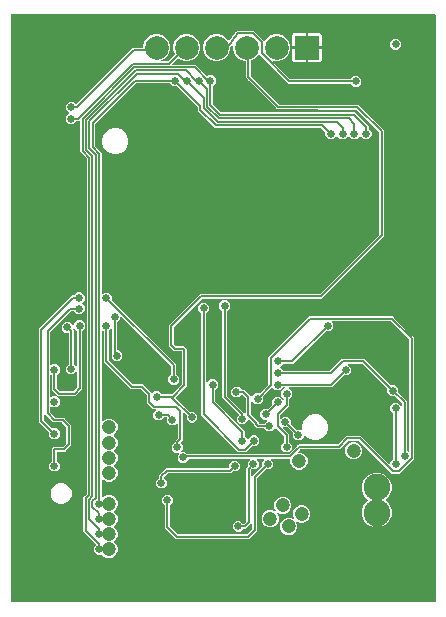
<source format=gbl>
G04 EAGLE Gerber X2 export*
G75*
%MOMM*%
%FSLAX34Y34*%
%LPD*%
%AMOC8*
5,1,8,0,0,1.08239X$1,22.5*%
G01*
%ADD10C,2.000000*%
%ADD11R,2.000000X2.000000*%
%ADD12C,0.656400*%
%ADD13C,0.152400*%
%ADD14C,0.756400*%
%ADD15C,1.206400*%
%ADD16C,2.262000*%

G36*
X344223Y-17282D02*
X344223Y-17282D01*
X344231Y-17283D01*
X344319Y-17262D01*
X344409Y-17244D01*
X344416Y-17239D01*
X344424Y-17237D01*
X344498Y-17183D01*
X344573Y-17131D01*
X344578Y-17124D01*
X344585Y-17119D01*
X344631Y-17041D01*
X344680Y-16964D01*
X344682Y-16955D01*
X344686Y-16948D01*
X344714Y-16784D01*
X344714Y480016D01*
X344712Y480024D01*
X344713Y480033D01*
X344692Y480121D01*
X344674Y480211D01*
X344669Y480218D01*
X344667Y480226D01*
X344613Y480299D01*
X344562Y480375D01*
X344554Y480379D01*
X344549Y480386D01*
X344471Y480433D01*
X344394Y480482D01*
X344386Y480483D01*
X344378Y480488D01*
X344214Y480515D01*
X-14586Y480515D01*
X-14594Y480514D01*
X-14602Y480515D01*
X-14691Y480494D01*
X-14780Y480476D01*
X-14787Y480471D01*
X-14796Y480469D01*
X-14869Y480415D01*
X-14944Y480363D01*
X-14949Y480356D01*
X-14956Y480351D01*
X-15002Y480273D01*
X-15051Y480196D01*
X-15053Y480187D01*
X-15057Y480180D01*
X-15085Y480016D01*
X-15085Y-16784D01*
X-15083Y-16792D01*
X-15085Y-16801D01*
X-15064Y-16889D01*
X-15045Y-16979D01*
X-15040Y-16986D01*
X-15039Y-16994D01*
X-14985Y-17067D01*
X-14933Y-17143D01*
X-14926Y-17147D01*
X-14921Y-17154D01*
X-14842Y-17201D01*
X-14765Y-17250D01*
X-14757Y-17251D01*
X-14750Y-17256D01*
X-14586Y-17283D01*
X344214Y-17283D01*
X344223Y-17282D01*
G37*
%LPC*%
G36*
X66746Y20283D02*
X66746Y20283D01*
X64062Y21395D01*
X62488Y22969D01*
X62481Y22973D01*
X62476Y22980D01*
X62398Y23028D01*
X62322Y23079D01*
X62314Y23080D01*
X62307Y23085D01*
X62217Y23098D01*
X62127Y23115D01*
X62119Y23113D01*
X62110Y23114D01*
X62022Y23092D01*
X61933Y23072D01*
X61926Y23067D01*
X61918Y23065D01*
X61915Y23063D01*
X58105Y23063D01*
X55438Y25730D01*
X55438Y29502D01*
X57170Y31234D01*
X57175Y31241D01*
X57182Y31246D01*
X57229Y31323D01*
X57280Y31400D01*
X57281Y31408D01*
X57286Y31415D01*
X57299Y31505D01*
X57316Y31595D01*
X57314Y31603D01*
X57316Y31612D01*
X57293Y31700D01*
X57273Y31789D01*
X57268Y31796D01*
X57266Y31804D01*
X57170Y31940D01*
X47893Y41217D01*
X46556Y42554D01*
X46556Y71695D01*
X47893Y73032D01*
X49247Y74386D01*
X49254Y74397D01*
X49265Y74404D01*
X49309Y74479D01*
X49357Y74552D01*
X49360Y74565D01*
X49366Y74575D01*
X49394Y74740D01*
X49394Y358113D01*
X49391Y358125D01*
X49393Y358138D01*
X49372Y358222D01*
X49354Y358308D01*
X49347Y358318D01*
X49344Y358330D01*
X49247Y358466D01*
X43939Y363774D01*
X43939Y390074D01*
X43938Y390078D01*
X43939Y390083D01*
X43919Y390175D01*
X43900Y390269D01*
X43897Y390273D01*
X43896Y390277D01*
X43841Y390354D01*
X43787Y390433D01*
X43783Y390435D01*
X43781Y390439D01*
X43699Y390489D01*
X43619Y390540D01*
X43615Y390541D01*
X43612Y390543D01*
X43518Y390557D01*
X43423Y390573D01*
X43419Y390572D01*
X43415Y390573D01*
X43323Y390549D01*
X43230Y390527D01*
X43227Y390525D01*
X43222Y390524D01*
X43087Y390427D01*
X42543Y389883D01*
X40627Y389883D01*
X40615Y389881D01*
X40602Y389883D01*
X40518Y389861D01*
X40432Y389844D01*
X40422Y389837D01*
X40410Y389833D01*
X40274Y389737D01*
X37900Y387363D01*
X34129Y387363D01*
X31462Y390030D01*
X31462Y393802D01*
X34223Y396563D01*
X34228Y396570D01*
X34234Y396575D01*
X34282Y396652D01*
X34333Y396729D01*
X34334Y396737D01*
X34339Y396744D01*
X34352Y396834D01*
X34369Y396924D01*
X34367Y396933D01*
X34368Y396941D01*
X34346Y397029D01*
X34326Y397118D01*
X34321Y397125D01*
X34319Y397133D01*
X34223Y397269D01*
X31462Y400030D01*
X31462Y403802D01*
X34129Y406469D01*
X37900Y406469D01*
X39944Y404425D01*
X39951Y404420D01*
X39956Y404414D01*
X40034Y404366D01*
X40110Y404315D01*
X40118Y404314D01*
X40125Y404309D01*
X40215Y404295D01*
X40305Y404279D01*
X40313Y404280D01*
X40322Y404279D01*
X40410Y404302D01*
X40500Y404321D01*
X40506Y404326D01*
X40514Y404328D01*
X40650Y404425D01*
X87998Y451698D01*
X88605Y452305D01*
X89448Y452305D01*
X96837Y452305D01*
X96846Y452306D01*
X96854Y452305D01*
X96942Y452326D01*
X97032Y452344D01*
X97039Y452349D01*
X97047Y452351D01*
X97121Y452405D01*
X97196Y452457D01*
X97201Y452464D01*
X97208Y452469D01*
X97254Y452547D01*
X97303Y452624D01*
X97305Y452633D01*
X97309Y452640D01*
X97337Y452804D01*
X97337Y454599D01*
X99053Y458742D01*
X102223Y461912D01*
X106366Y463628D01*
X110849Y463628D01*
X114992Y461912D01*
X118162Y458742D01*
X119878Y454599D01*
X119878Y450115D01*
X118162Y445973D01*
X114992Y442802D01*
X112359Y441712D01*
X112358Y441711D01*
X112357Y441711D01*
X112276Y441656D01*
X112194Y441601D01*
X112194Y441600D01*
X112193Y441600D01*
X112141Y441519D01*
X112086Y441434D01*
X112085Y441433D01*
X112085Y441432D01*
X112068Y441335D01*
X112051Y441238D01*
X112051Y441237D01*
X112073Y441140D01*
X112095Y441044D01*
X112096Y441044D01*
X112096Y441043D01*
X112153Y440965D01*
X112212Y440883D01*
X112213Y440883D01*
X112213Y440882D01*
X112300Y440830D01*
X112382Y440780D01*
X112383Y440780D01*
X112384Y440780D01*
X112547Y440751D01*
X117949Y440724D01*
X117959Y440726D01*
X117969Y440725D01*
X118056Y440745D01*
X118144Y440763D01*
X118152Y440768D01*
X118162Y440771D01*
X118299Y440865D01*
X123957Y446345D01*
X123965Y446357D01*
X123977Y446365D01*
X124021Y446438D01*
X124069Y446509D01*
X124072Y446523D01*
X124080Y446536D01*
X124092Y446620D01*
X124109Y446704D01*
X124106Y446718D01*
X124108Y446732D01*
X124071Y446895D01*
X122737Y450115D01*
X122737Y454599D01*
X124453Y458742D01*
X127623Y461912D01*
X131766Y463628D01*
X136249Y463628D01*
X140392Y461912D01*
X143562Y458742D01*
X145278Y454599D01*
X145278Y450115D01*
X143562Y445973D01*
X140392Y442802D01*
X136249Y441087D01*
X131766Y441087D01*
X127623Y442802D01*
X127242Y443183D01*
X127239Y443186D01*
X127236Y443189D01*
X127156Y443240D01*
X127076Y443293D01*
X127072Y443294D01*
X127069Y443296D01*
X126975Y443312D01*
X126881Y443329D01*
X126877Y443328D01*
X126872Y443329D01*
X126780Y443307D01*
X126687Y443287D01*
X126683Y443284D01*
X126679Y443283D01*
X126542Y443189D01*
X121916Y438709D01*
X121912Y438702D01*
X121905Y438697D01*
X121855Y438620D01*
X121804Y438545D01*
X121802Y438537D01*
X121798Y438530D01*
X121782Y438439D01*
X121764Y438350D01*
X121766Y438342D01*
X121765Y438333D01*
X121786Y438245D01*
X121804Y438155D01*
X121809Y438148D01*
X121811Y438140D01*
X121865Y438067D01*
X121917Y437991D01*
X121924Y437987D01*
X121929Y437980D01*
X122007Y437933D01*
X122084Y437884D01*
X122092Y437883D01*
X122100Y437878D01*
X122264Y437851D01*
X141677Y437851D01*
X150991Y428537D01*
X150998Y428532D01*
X151003Y428525D01*
X151080Y428477D01*
X151156Y428427D01*
X151165Y428425D01*
X151172Y428421D01*
X151262Y428407D01*
X151352Y428391D01*
X151360Y428392D01*
X151368Y428391D01*
X151456Y428414D01*
X151546Y428433D01*
X151553Y428438D01*
X151561Y428440D01*
X151697Y428537D01*
X152129Y428969D01*
X155900Y428969D01*
X158567Y426302D01*
X158567Y422530D01*
X156193Y420156D01*
X156186Y420146D01*
X156176Y420138D01*
X156132Y420064D01*
X156084Y419991D01*
X156081Y419978D01*
X156075Y419967D01*
X156047Y419803D01*
X156047Y404465D01*
X156050Y404452D01*
X156048Y404440D01*
X156069Y404356D01*
X156087Y404270D01*
X156094Y404260D01*
X156097Y404247D01*
X156193Y404112D01*
X162710Y397595D01*
X162721Y397588D01*
X162728Y397578D01*
X162803Y397533D01*
X162876Y397485D01*
X162888Y397483D01*
X162899Y397476D01*
X163063Y397449D01*
X276856Y397449D01*
X288047Y386258D01*
X288047Y384029D01*
X288050Y384016D01*
X288048Y384004D01*
X288069Y383919D01*
X288087Y383834D01*
X288094Y383823D01*
X288097Y383811D01*
X288193Y383676D01*
X290567Y381302D01*
X290567Y377530D01*
X287900Y374863D01*
X284129Y374863D01*
X281367Y377624D01*
X281360Y377629D01*
X281356Y377636D01*
X281278Y377684D01*
X281202Y377734D01*
X281193Y377736D01*
X281186Y377740D01*
X281096Y377754D01*
X281006Y377771D01*
X280998Y377769D01*
X280990Y377770D01*
X280902Y377748D01*
X280812Y377728D01*
X280805Y377723D01*
X280797Y377721D01*
X280661Y377624D01*
X277900Y374863D01*
X274129Y374863D01*
X271367Y377624D01*
X271360Y377629D01*
X271356Y377636D01*
X271278Y377684D01*
X271202Y377734D01*
X271193Y377736D01*
X271186Y377740D01*
X271096Y377754D01*
X271006Y377771D01*
X270998Y377769D01*
X270990Y377770D01*
X270902Y377748D01*
X270812Y377728D01*
X270805Y377723D01*
X270797Y377721D01*
X270661Y377624D01*
X267900Y374863D01*
X264129Y374863D01*
X261367Y377624D01*
X261360Y377629D01*
X261356Y377636D01*
X261278Y377684D01*
X261202Y377734D01*
X261193Y377736D01*
X261186Y377740D01*
X261096Y377754D01*
X261006Y377771D01*
X260998Y377769D01*
X260990Y377770D01*
X260902Y377748D01*
X260812Y377728D01*
X260805Y377723D01*
X260797Y377721D01*
X260661Y377624D01*
X257900Y374863D01*
X254129Y374863D01*
X251462Y377530D01*
X251462Y380887D01*
X251459Y380900D01*
X251461Y380912D01*
X251440Y380996D01*
X251422Y381082D01*
X251415Y381092D01*
X251412Y381105D01*
X251315Y381240D01*
X248113Y384443D01*
X248102Y384450D01*
X248095Y384460D01*
X248020Y384505D01*
X247947Y384553D01*
X247934Y384555D01*
X247924Y384562D01*
X247760Y384589D01*
X158112Y384589D01*
X143600Y399102D01*
X143600Y401749D01*
X143597Y401762D01*
X143599Y401774D01*
X143578Y401858D01*
X143560Y401944D01*
X143553Y401954D01*
X143550Y401967D01*
X143453Y402102D01*
X125839Y419717D01*
X125828Y419724D01*
X125821Y419734D01*
X125746Y419779D01*
X125673Y419827D01*
X125660Y419829D01*
X125650Y419836D01*
X125486Y419863D01*
X122129Y419863D01*
X119755Y422237D01*
X119744Y422244D01*
X119737Y422254D01*
X119662Y422298D01*
X119589Y422347D01*
X119577Y422349D01*
X119566Y422356D01*
X119402Y422383D01*
X91063Y422383D01*
X91051Y422381D01*
X91038Y422383D01*
X90954Y422361D01*
X90868Y422344D01*
X90858Y422337D01*
X90846Y422333D01*
X90710Y422237D01*
X56533Y388060D01*
X56526Y388049D01*
X56516Y388042D01*
X56471Y387967D01*
X56423Y387894D01*
X56421Y387881D01*
X56414Y387871D01*
X56387Y387707D01*
X56387Y369137D01*
X56389Y369126D01*
X56388Y369120D01*
X56388Y369118D01*
X56387Y369112D01*
X56409Y369028D01*
X56426Y368942D01*
X56432Y368934D01*
X56434Y368926D01*
X56435Y368924D01*
X56436Y368920D01*
X56533Y368784D01*
X62024Y363293D01*
X62024Y244069D01*
X62024Y244065D01*
X62024Y244061D01*
X62044Y243967D01*
X62063Y243874D01*
X62066Y243871D01*
X62066Y243867D01*
X62122Y243789D01*
X62176Y243710D01*
X62179Y243708D01*
X62182Y243704D01*
X62263Y243655D01*
X62343Y243603D01*
X62347Y243602D01*
X62351Y243600D01*
X62445Y243586D01*
X62539Y243570D01*
X62543Y243571D01*
X62548Y243570D01*
X62640Y243594D01*
X62733Y243616D01*
X62736Y243619D01*
X62740Y243620D01*
X62876Y243716D01*
X64129Y244969D01*
X67900Y244969D01*
X70567Y242302D01*
X70567Y238945D01*
X70570Y238932D01*
X70568Y238920D01*
X70589Y238836D01*
X70607Y238750D01*
X70614Y238740D01*
X70617Y238727D01*
X70713Y238592D01*
X125047Y184258D01*
X125047Y176029D01*
X125050Y176016D01*
X125048Y176004D01*
X125069Y175920D01*
X125087Y175834D01*
X125094Y175823D01*
X125097Y175811D01*
X125193Y175676D01*
X127567Y173302D01*
X127567Y169530D01*
X124900Y166863D01*
X121129Y166863D01*
X118462Y169530D01*
X118462Y173302D01*
X120835Y175676D01*
X120842Y175686D01*
X120853Y175694D01*
X120897Y175768D01*
X120945Y175841D01*
X120948Y175854D01*
X120954Y175865D01*
X120982Y176029D01*
X120982Y182367D01*
X120979Y182380D01*
X120981Y182392D01*
X120960Y182476D01*
X120942Y182562D01*
X120935Y182572D01*
X120932Y182585D01*
X120835Y182720D01*
X78419Y225136D01*
X78416Y225139D01*
X78414Y225142D01*
X78333Y225193D01*
X78254Y225246D01*
X78250Y225247D01*
X78246Y225249D01*
X78152Y225265D01*
X78058Y225282D01*
X78054Y225282D01*
X78050Y225282D01*
X77958Y225260D01*
X77864Y225240D01*
X77860Y225237D01*
X77856Y225236D01*
X77780Y225180D01*
X77702Y225124D01*
X77700Y225121D01*
X77696Y225118D01*
X77648Y225037D01*
X77598Y224955D01*
X77597Y224951D01*
X77595Y224947D01*
X77567Y224783D01*
X77567Y222530D01*
X75193Y220156D01*
X75186Y220146D01*
X75176Y220138D01*
X75132Y220064D01*
X75084Y219991D01*
X75081Y219978D01*
X75075Y219967D01*
X75047Y219803D01*
X75047Y196468D01*
X75049Y196460D01*
X75047Y196451D01*
X75068Y196363D01*
X75087Y196273D01*
X75092Y196266D01*
X75093Y196258D01*
X75147Y196185D01*
X75199Y196109D01*
X75206Y196105D01*
X75211Y196098D01*
X75290Y196051D01*
X75367Y196002D01*
X75375Y196001D01*
X75382Y195996D01*
X75546Y195969D01*
X76900Y195969D01*
X79567Y193302D01*
X79567Y189530D01*
X76900Y186863D01*
X73129Y186863D01*
X70462Y189530D01*
X70462Y193302D01*
X70835Y193676D01*
X70842Y193686D01*
X70853Y193694D01*
X70897Y193768D01*
X70945Y193841D01*
X70948Y193854D01*
X70954Y193865D01*
X70982Y194029D01*
X70982Y214239D01*
X70981Y214244D01*
X70982Y214248D01*
X70961Y214341D01*
X70942Y214434D01*
X70940Y214438D01*
X70939Y214442D01*
X70883Y214520D01*
X70830Y214598D01*
X70826Y214601D01*
X70824Y214604D01*
X70743Y214654D01*
X70662Y214705D01*
X70658Y214706D01*
X70654Y214708D01*
X70560Y214723D01*
X70466Y214738D01*
X70462Y214737D01*
X70458Y214738D01*
X70365Y214714D01*
X70272Y214692D01*
X70269Y214690D01*
X70265Y214689D01*
X70129Y214592D01*
X68193Y212656D01*
X68186Y212646D01*
X68176Y212638D01*
X68132Y212564D01*
X68084Y212491D01*
X68081Y212478D01*
X68075Y212467D01*
X68047Y212303D01*
X68047Y187965D01*
X68050Y187952D01*
X68048Y187940D01*
X68069Y187856D01*
X68087Y187770D01*
X68094Y187759D01*
X68097Y187747D01*
X68193Y187612D01*
X88210Y167595D01*
X88221Y167588D01*
X88228Y167578D01*
X88303Y167533D01*
X88376Y167485D01*
X88388Y167483D01*
X88399Y167476D01*
X88563Y167449D01*
X96856Y167449D01*
X104047Y160258D01*
X104047Y160093D01*
X104048Y160088D01*
X104047Y160084D01*
X104068Y159990D01*
X104087Y159898D01*
X104089Y159894D01*
X104090Y159890D01*
X104145Y159812D01*
X104199Y159734D01*
X104203Y159731D01*
X104205Y159728D01*
X104286Y159678D01*
X104367Y159627D01*
X104371Y159626D01*
X104375Y159624D01*
X104469Y159609D01*
X104563Y159594D01*
X104567Y159595D01*
X104571Y159594D01*
X104664Y159618D01*
X104756Y159640D01*
X104760Y159642D01*
X104764Y159643D01*
X104899Y159740D01*
X106629Y161469D01*
X110400Y161469D01*
X112774Y159095D01*
X112783Y159089D01*
X112789Y159081D01*
X112790Y159080D01*
X112792Y159078D01*
X112867Y159034D01*
X112940Y158985D01*
X112952Y158983D01*
X112963Y158976D01*
X113127Y158949D01*
X121466Y158949D01*
X121478Y158951D01*
X121490Y158949D01*
X121575Y158971D01*
X121661Y158988D01*
X121671Y158995D01*
X121683Y158999D01*
X121819Y159095D01*
X129835Y167112D01*
X129842Y167122D01*
X129853Y167130D01*
X129897Y167205D01*
X129945Y167278D01*
X129948Y167290D01*
X129954Y167301D01*
X129982Y167465D01*
X129982Y194884D01*
X129980Y194892D01*
X129981Y194901D01*
X129960Y194989D01*
X129942Y195079D01*
X129937Y195086D01*
X129935Y195094D01*
X129881Y195167D01*
X129830Y195243D01*
X129822Y195247D01*
X129817Y195254D01*
X129739Y195301D01*
X129662Y195350D01*
X129654Y195351D01*
X129646Y195356D01*
X129482Y195383D01*
X123172Y195383D01*
X118982Y199574D01*
X118982Y217758D01*
X120319Y219095D01*
X145172Y243949D01*
X246466Y243949D01*
X246478Y243951D01*
X246490Y243949D01*
X246575Y243971D01*
X246660Y243988D01*
X246671Y243995D01*
X246683Y243999D01*
X246819Y244095D01*
X296835Y294112D01*
X296842Y294122D01*
X296853Y294130D01*
X296897Y294205D01*
X296945Y294278D01*
X296948Y294290D01*
X296954Y294301D01*
X296982Y294465D01*
X296982Y380367D01*
X296979Y380380D01*
X296981Y380392D01*
X296960Y380476D01*
X296942Y380562D01*
X296935Y380572D01*
X296932Y380585D01*
X296835Y380720D01*
X277817Y399738D01*
X277807Y399745D01*
X277800Y399755D01*
X277725Y399800D01*
X277652Y399848D01*
X277640Y399850D01*
X277629Y399857D01*
X277465Y399884D01*
X212655Y399958D01*
X212644Y399956D01*
X212633Y399958D01*
X212608Y399952D01*
X211613Y399959D01*
X211611Y399959D01*
X211609Y399959D01*
X210767Y399960D01*
X210177Y400560D01*
X210176Y400560D01*
X210175Y400562D01*
X209465Y401273D01*
X209442Y401307D01*
X194089Y416903D01*
X194088Y416904D01*
X194086Y416906D01*
X186963Y424029D01*
X186956Y424034D01*
X186951Y424042D01*
X186900Y424073D01*
X186229Y424763D01*
X186226Y424765D01*
X186224Y424769D01*
X185549Y425444D01*
X185501Y425514D01*
X184602Y426439D01*
X184599Y426441D01*
X184597Y426445D01*
X184002Y427038D01*
X184014Y427880D01*
X184013Y427884D01*
X184014Y427888D01*
X183996Y440588D01*
X183994Y440596D01*
X183995Y440604D01*
X183974Y440692D01*
X183956Y440783D01*
X183951Y440789D01*
X183949Y440797D01*
X183895Y440871D01*
X183843Y440947D01*
X183836Y440951D01*
X183832Y440957D01*
X183753Y441004D01*
X183675Y441053D01*
X183667Y441055D01*
X183660Y441059D01*
X183496Y441087D01*
X182566Y441087D01*
X178423Y442802D01*
X175253Y445973D01*
X173537Y450115D01*
X173537Y454599D01*
X173677Y454937D01*
X173682Y454967D01*
X173697Y454995D01*
X173701Y455064D01*
X173714Y455132D01*
X173708Y455162D01*
X173710Y455194D01*
X173688Y455259D01*
X173673Y455326D01*
X173655Y455352D01*
X173645Y455382D01*
X173599Y455433D01*
X173559Y455490D01*
X173533Y455506D01*
X173512Y455529D01*
X173450Y455558D01*
X173391Y455595D01*
X173360Y455600D01*
X173332Y455613D01*
X173263Y455616D01*
X173195Y455627D01*
X173164Y455619D01*
X173133Y455620D01*
X173069Y455596D01*
X173002Y455579D01*
X172977Y455560D01*
X172947Y455549D01*
X172878Y455486D01*
X172842Y455460D01*
X172835Y455447D01*
X172824Y455438D01*
X170786Y452864D01*
X170748Y452790D01*
X170706Y452718D01*
X170703Y452700D01*
X170696Y452687D01*
X170693Y452643D01*
X170678Y452554D01*
X170678Y450115D01*
X168962Y445973D01*
X165792Y442802D01*
X161649Y441087D01*
X157166Y441087D01*
X153023Y442802D01*
X149853Y445973D01*
X148137Y450115D01*
X148137Y454599D01*
X149853Y458742D01*
X153023Y461912D01*
X157166Y463628D01*
X161649Y463628D01*
X165792Y461912D01*
X168962Y458742D01*
X169081Y458455D01*
X169101Y458426D01*
X169112Y458393D01*
X169156Y458344D01*
X169192Y458290D01*
X169222Y458271D01*
X169245Y458245D01*
X169304Y458217D01*
X169359Y458182D01*
X169394Y458176D01*
X169426Y458161D01*
X169490Y458159D01*
X169554Y458147D01*
X169589Y458155D01*
X169624Y458154D01*
X169685Y458177D01*
X169748Y458192D01*
X169777Y458212D01*
X169810Y458225D01*
X169873Y458282D01*
X169909Y458308D01*
X169918Y458322D01*
X169933Y458336D01*
X175207Y464996D01*
X175245Y465070D01*
X175287Y465142D01*
X175290Y465160D01*
X175297Y465173D01*
X175300Y465217D01*
X175307Y465258D01*
X175807Y465758D01*
X175821Y465779D01*
X175845Y465801D01*
X176286Y466358D01*
X176317Y466368D01*
X176398Y466389D01*
X176413Y466399D01*
X176427Y466404D01*
X176460Y466433D01*
X176494Y466457D01*
X177201Y466457D01*
X177226Y466462D01*
X177259Y466461D01*
X177964Y466542D01*
X177993Y466528D01*
X178065Y466485D01*
X178083Y466482D01*
X178096Y466475D01*
X178141Y466472D01*
X178229Y466457D01*
X189354Y466459D01*
X189366Y466461D01*
X189379Y466459D01*
X189387Y466461D01*
X190403Y466459D01*
X190404Y466459D01*
X190405Y466459D01*
X191244Y466459D01*
X191843Y465857D01*
X191844Y465856D01*
X192567Y465133D01*
X192577Y465119D01*
X198888Y458775D01*
X198889Y458774D01*
X199617Y458046D01*
X199622Y458043D01*
X199626Y458037D01*
X199705Y457988D01*
X199783Y457936D01*
X199789Y457935D01*
X199795Y457932D01*
X199886Y457917D01*
X199978Y457900D01*
X199985Y457901D01*
X199991Y457900D01*
X200081Y457922D01*
X200173Y457943D01*
X200178Y457946D01*
X200184Y457948D01*
X200259Y458004D01*
X200335Y458058D01*
X200338Y458063D01*
X200343Y458067D01*
X200431Y458208D01*
X200653Y458742D01*
X203823Y461912D01*
X207966Y463628D01*
X212449Y463628D01*
X216592Y461912D01*
X219762Y458742D01*
X221478Y454599D01*
X221478Y450115D01*
X219762Y445973D01*
X216592Y442802D01*
X212449Y441087D01*
X207965Y441087D01*
X207867Y441105D01*
X207773Y441123D01*
X207771Y441123D01*
X207769Y441123D01*
X207672Y441102D01*
X207579Y441082D01*
X207577Y441081D01*
X207575Y441080D01*
X207496Y441024D01*
X207416Y440968D01*
X207415Y440966D01*
X207413Y440965D01*
X207362Y440882D01*
X207310Y440800D01*
X207310Y440798D01*
X207309Y440796D01*
X207294Y440698D01*
X207279Y440603D01*
X207279Y440601D01*
X207279Y440599D01*
X207303Y440506D01*
X207326Y440410D01*
X207328Y440409D01*
X207328Y440407D01*
X207424Y440271D01*
X221692Y426003D01*
X221703Y425996D01*
X221710Y425986D01*
X221785Y425942D01*
X221858Y425894D01*
X221870Y425891D01*
X221881Y425885D01*
X222045Y425857D01*
X272373Y425857D01*
X272385Y425860D01*
X272397Y425858D01*
X272482Y425879D01*
X272567Y425897D01*
X272578Y425904D01*
X272590Y425907D01*
X272726Y426003D01*
X275099Y428377D01*
X278871Y428377D01*
X281538Y425710D01*
X281538Y421939D01*
X278871Y419272D01*
X275099Y419272D01*
X272726Y421645D01*
X272715Y421652D01*
X272708Y421663D01*
X272633Y421707D01*
X272560Y421755D01*
X272547Y421758D01*
X272537Y421764D01*
X272373Y421792D01*
X220154Y421792D01*
X195362Y446584D01*
X195357Y446587D01*
X195354Y446592D01*
X195274Y446642D01*
X195197Y446693D01*
X195190Y446695D01*
X195185Y446698D01*
X195093Y446713D01*
X195001Y446730D01*
X194995Y446728D01*
X194989Y446729D01*
X194899Y446707D01*
X194807Y446687D01*
X194802Y446683D01*
X194796Y446682D01*
X194721Y446626D01*
X194645Y446572D01*
X194642Y446566D01*
X194637Y446563D01*
X194548Y446422D01*
X194362Y445973D01*
X191192Y442802D01*
X188368Y441633D01*
X188359Y441627D01*
X188349Y441624D01*
X188277Y441572D01*
X188204Y441522D01*
X188198Y441513D01*
X188189Y441506D01*
X188144Y441430D01*
X188095Y441355D01*
X188093Y441344D01*
X188088Y441335D01*
X188060Y441171D01*
X188078Y428897D01*
X188080Y428889D01*
X188078Y428880D01*
X188100Y428792D01*
X188118Y428702D01*
X188123Y428695D01*
X188125Y428687D01*
X188219Y428550D01*
X189120Y427622D01*
X189123Y427620D01*
X189125Y427617D01*
X196233Y420509D01*
X196242Y420503D01*
X196248Y420494D01*
X196275Y420478D01*
X196971Y419771D01*
X196972Y419770D01*
X196973Y419769D01*
X197678Y419064D01*
X197705Y419025D01*
X212325Y404173D01*
X212337Y404165D01*
X212345Y404153D01*
X212419Y404109D01*
X212490Y404062D01*
X212504Y404059D01*
X212516Y404052D01*
X212680Y404024D01*
X278522Y403949D01*
X278523Y403949D01*
X279358Y403949D01*
X279953Y403352D01*
X279954Y403352D01*
X301047Y382258D01*
X301047Y292574D01*
X248356Y239883D01*
X147063Y239883D01*
X147051Y239881D01*
X147038Y239883D01*
X146954Y239861D01*
X146868Y239844D01*
X146858Y239837D01*
X146846Y239833D01*
X146710Y239737D01*
X123193Y216220D01*
X123190Y216215D01*
X123188Y216214D01*
X123184Y216208D01*
X123176Y216202D01*
X123132Y216127D01*
X123084Y216054D01*
X123083Y216049D01*
X123081Y216046D01*
X123079Y216039D01*
X123075Y216031D01*
X123047Y215867D01*
X123047Y201465D01*
X123050Y201452D01*
X123048Y201440D01*
X123069Y201356D01*
X123087Y201270D01*
X123094Y201260D01*
X123097Y201247D01*
X123193Y201112D01*
X124710Y199595D01*
X124721Y199588D01*
X124728Y199578D01*
X124803Y199533D01*
X124876Y199485D01*
X124888Y199483D01*
X124899Y199476D01*
X125063Y199449D01*
X131856Y199449D01*
X134047Y197258D01*
X134047Y165574D01*
X132710Y164237D01*
X124992Y156519D01*
X124987Y156512D01*
X124981Y156507D01*
X124933Y156430D01*
X124882Y156353D01*
X124881Y156345D01*
X124876Y156338D01*
X124863Y156248D01*
X124846Y156158D01*
X124848Y156150D01*
X124847Y156141D01*
X124869Y156053D01*
X124889Y155964D01*
X124894Y155957D01*
X124896Y155949D01*
X124992Y155813D01*
X136690Y144115D01*
X136698Y144110D01*
X136702Y144104D01*
X136705Y144102D01*
X136708Y144098D01*
X136783Y144053D01*
X136856Y144005D01*
X136868Y144003D01*
X136879Y143996D01*
X137043Y143969D01*
X140400Y143969D01*
X143067Y141302D01*
X143067Y137530D01*
X140400Y134863D01*
X136629Y134863D01*
X133962Y137530D01*
X133962Y140887D01*
X133959Y140900D01*
X133961Y140912D01*
X133940Y140996D01*
X133922Y141082D01*
X133915Y141092D01*
X133912Y141105D01*
X133815Y141240D01*
X131558Y143497D01*
X131555Y143500D01*
X131552Y143503D01*
X131473Y143554D01*
X131393Y143607D01*
X131388Y143608D01*
X131385Y143610D01*
X131291Y143626D01*
X131197Y143644D01*
X131193Y143643D01*
X131189Y143643D01*
X131097Y143621D01*
X131003Y143601D01*
X130999Y143598D01*
X130995Y143597D01*
X130919Y143541D01*
X130841Y143486D01*
X130839Y143482D01*
X130835Y143479D01*
X130787Y143398D01*
X130737Y143316D01*
X130736Y143312D01*
X130734Y143308D01*
X130706Y143144D01*
X130706Y119877D01*
X128922Y118093D01*
X128917Y118086D01*
X128911Y118081D01*
X128863Y118004D01*
X128812Y117927D01*
X128811Y117919D01*
X128806Y117912D01*
X128793Y117821D01*
X128776Y117732D01*
X128778Y117723D01*
X128777Y117715D01*
X128799Y117627D01*
X128819Y117538D01*
X128824Y117531D01*
X128826Y117523D01*
X128922Y117387D01*
X130605Y115704D01*
X130605Y111933D01*
X129493Y110821D01*
X129491Y110817D01*
X129487Y110815D01*
X129436Y110735D01*
X129383Y110655D01*
X129382Y110651D01*
X129380Y110648D01*
X129364Y110554D01*
X129347Y110460D01*
X129348Y110456D01*
X129347Y110451D01*
X129369Y110360D01*
X129390Y110266D01*
X129392Y110262D01*
X129393Y110258D01*
X129449Y110182D01*
X129505Y110103D01*
X129508Y110101D01*
X129511Y110098D01*
X129593Y110049D01*
X129674Y109999D01*
X129678Y109999D01*
X129682Y109996D01*
X129846Y109969D01*
X132900Y109969D01*
X134274Y108595D01*
X134285Y108588D01*
X134292Y108578D01*
X134367Y108533D01*
X134440Y108485D01*
X134452Y108483D01*
X134463Y108476D01*
X134627Y108449D01*
X220686Y108449D01*
X220704Y108452D01*
X220722Y108450D01*
X220801Y108472D01*
X220881Y108488D01*
X220896Y108499D01*
X220913Y108504D01*
X221033Y108593D01*
X221044Y108601D01*
X221045Y108602D01*
X221047Y108603D01*
X223981Y111675D01*
X224935Y112674D01*
X226322Y114127D01*
X226327Y114134D01*
X226333Y114138D01*
X226373Y114207D01*
X227037Y114875D01*
X227040Y114879D01*
X227044Y114882D01*
X227693Y115562D01*
X227766Y115614D01*
X228075Y115921D01*
X228076Y115922D01*
X228078Y115923D01*
X228672Y116521D01*
X229514Y116518D01*
X229516Y116518D01*
X229517Y116518D01*
X230520Y116521D01*
X230561Y116514D01*
X231495Y116511D01*
X231496Y116511D01*
X231497Y116511D01*
X245116Y116511D01*
X262028Y116511D01*
X262040Y116513D01*
X262053Y116512D01*
X262137Y116533D01*
X262223Y116550D01*
X262233Y116558D01*
X262246Y116561D01*
X262381Y116657D01*
X267835Y122112D01*
X267836Y122112D01*
X268972Y123248D01*
X269172Y123449D01*
X270359Y123449D01*
X271063Y123449D01*
X281634Y123449D01*
X305609Y99473D01*
X305613Y99471D01*
X305615Y99468D01*
X305695Y99416D01*
X305775Y99364D01*
X305779Y99363D01*
X305783Y99361D01*
X305876Y99345D01*
X305971Y99327D01*
X305975Y99328D01*
X305979Y99328D01*
X306071Y99349D01*
X306165Y99370D01*
X306168Y99373D01*
X306172Y99374D01*
X306248Y99430D01*
X306327Y99485D01*
X306329Y99489D01*
X306333Y99491D01*
X306381Y99573D01*
X306431Y99655D01*
X306432Y99659D01*
X306434Y99662D01*
X306462Y99826D01*
X306462Y101302D01*
X308835Y103676D01*
X308842Y103686D01*
X308853Y103694D01*
X308897Y103768D01*
X308945Y103841D01*
X308948Y103854D01*
X308948Y103855D01*
X308954Y103865D01*
X308982Y104029D01*
X308982Y142303D01*
X308979Y142316D01*
X308981Y142328D01*
X308960Y142412D01*
X308942Y142498D01*
X308935Y142509D01*
X308932Y142521D01*
X308835Y142656D01*
X306462Y145030D01*
X306462Y148802D01*
X309129Y151469D01*
X312900Y151469D01*
X315629Y148740D01*
X315633Y148737D01*
X315635Y148734D01*
X315715Y148683D01*
X315795Y148630D01*
X315799Y148629D01*
X315803Y148627D01*
X315896Y148611D01*
X315991Y148593D01*
X315995Y148594D01*
X315999Y148594D01*
X316091Y148615D01*
X316185Y148636D01*
X316188Y148639D01*
X316192Y148640D01*
X316268Y148696D01*
X316347Y148751D01*
X316349Y148755D01*
X316353Y148757D01*
X316401Y148839D01*
X316451Y148921D01*
X316452Y148925D01*
X316454Y148929D01*
X316482Y149093D01*
X316482Y150867D01*
X316479Y150880D01*
X316481Y150892D01*
X316460Y150976D01*
X316442Y151062D01*
X316435Y151072D01*
X316432Y151085D01*
X316335Y151220D01*
X310339Y157217D01*
X310328Y157224D01*
X310321Y157234D01*
X310246Y157279D01*
X310173Y157327D01*
X310160Y157329D01*
X310150Y157336D01*
X309986Y157363D01*
X306629Y157363D01*
X303962Y160030D01*
X303962Y163387D01*
X303959Y163400D01*
X303961Y163412D01*
X303940Y163496D01*
X303922Y163582D01*
X303915Y163592D01*
X303912Y163605D01*
X303815Y163740D01*
X282819Y184737D01*
X282808Y184744D01*
X282801Y184754D01*
X282726Y184799D01*
X282653Y184847D01*
X282640Y184849D01*
X282630Y184856D01*
X282466Y184883D01*
X270691Y184883D01*
X270687Y184882D01*
X270683Y184883D01*
X270589Y184863D01*
X270496Y184844D01*
X270493Y184841D01*
X270489Y184840D01*
X270411Y184785D01*
X270332Y184731D01*
X270330Y184728D01*
X270326Y184725D01*
X270277Y184644D01*
X270225Y184564D01*
X270224Y184559D01*
X270222Y184556D01*
X270208Y184462D01*
X270192Y184367D01*
X270193Y184363D01*
X270192Y184359D01*
X270216Y184267D01*
X270238Y184174D01*
X270241Y184171D01*
X270242Y184167D01*
X270338Y184031D01*
X273067Y181302D01*
X273067Y177530D01*
X270400Y174863D01*
X267043Y174863D01*
X267031Y174861D01*
X267018Y174863D01*
X266934Y174841D01*
X266848Y174824D01*
X266838Y174817D01*
X266826Y174813D01*
X266690Y174717D01*
X256856Y164883D01*
X220691Y164883D01*
X220687Y164882D01*
X220683Y164883D01*
X220589Y164863D01*
X220496Y164844D01*
X220493Y164841D01*
X220489Y164840D01*
X220411Y164785D01*
X220332Y164731D01*
X220330Y164728D01*
X220326Y164725D01*
X220277Y164644D01*
X220225Y164564D01*
X220224Y164559D01*
X220222Y164556D01*
X220208Y164462D01*
X220192Y164367D01*
X220193Y164363D01*
X220192Y164359D01*
X220216Y164267D01*
X220238Y164174D01*
X220241Y164171D01*
X220242Y164167D01*
X220338Y164031D01*
X223067Y161302D01*
X223067Y157530D01*
X220693Y155156D01*
X220686Y155146D01*
X220676Y155138D01*
X220632Y155064D01*
X220584Y154991D01*
X220581Y154978D01*
X220575Y154967D01*
X220547Y154803D01*
X220547Y148574D01*
X213193Y141220D01*
X213186Y141210D01*
X213176Y141202D01*
X213132Y141127D01*
X213084Y141054D01*
X213081Y141042D01*
X213075Y141031D01*
X213047Y140867D01*
X213047Y138593D01*
X213048Y138588D01*
X213047Y138584D01*
X213068Y138491D01*
X213087Y138398D01*
X213089Y138394D01*
X213090Y138390D01*
X213145Y138312D01*
X213199Y138234D01*
X213203Y138231D01*
X213205Y138228D01*
X213286Y138178D01*
X213367Y138127D01*
X213371Y138126D01*
X213375Y138124D01*
X213469Y138109D01*
X213563Y138094D01*
X213567Y138095D01*
X213571Y138094D01*
X213664Y138118D01*
X213756Y138140D01*
X213760Y138142D01*
X213764Y138143D01*
X213899Y138240D01*
X215629Y139969D01*
X219400Y139969D01*
X222067Y137302D01*
X222067Y133945D01*
X222070Y133932D01*
X222068Y133920D01*
X222089Y133836D01*
X222107Y133750D01*
X222114Y133740D01*
X222117Y133727D01*
X222213Y133592D01*
X226690Y129115D01*
X226701Y129108D01*
X226708Y129098D01*
X226783Y129053D01*
X226856Y129005D01*
X226868Y129003D01*
X226879Y128996D01*
X227043Y128969D01*
X230400Y128969D01*
X230863Y128506D01*
X230866Y128504D01*
X230869Y128500D01*
X230949Y128449D01*
X231029Y128396D01*
X231033Y128395D01*
X231036Y128393D01*
X231130Y128377D01*
X231224Y128360D01*
X231228Y128361D01*
X231232Y128360D01*
X231324Y128382D01*
X231418Y128403D01*
X231422Y128405D01*
X231426Y128406D01*
X231502Y128462D01*
X231580Y128518D01*
X231583Y128522D01*
X231586Y128524D01*
X231634Y128605D01*
X231685Y128687D01*
X231685Y128691D01*
X231687Y128695D01*
X231715Y128859D01*
X231715Y133149D01*
X233390Y137192D01*
X236484Y140286D01*
X240528Y141961D01*
X244904Y141961D01*
X248947Y140286D01*
X252042Y137192D01*
X253717Y133149D01*
X253717Y128772D01*
X252042Y124729D01*
X248947Y121634D01*
X244904Y119960D01*
X240528Y119960D01*
X236484Y121634D01*
X233919Y124199D01*
X233916Y124202D01*
X233914Y124205D01*
X233834Y124256D01*
X233754Y124309D01*
X233749Y124310D01*
X233746Y124312D01*
X233653Y124328D01*
X233558Y124346D01*
X233554Y124345D01*
X233550Y124345D01*
X233458Y124324D01*
X233364Y124303D01*
X233360Y124300D01*
X233356Y124299D01*
X233280Y124243D01*
X233202Y124188D01*
X233200Y124184D01*
X233196Y124181D01*
X233148Y124100D01*
X233098Y124018D01*
X233097Y124014D01*
X233095Y124010D01*
X233067Y123846D01*
X233067Y122530D01*
X230400Y119863D01*
X226629Y119863D01*
X223962Y122530D01*
X223962Y125887D01*
X223959Y125900D01*
X223961Y125912D01*
X223940Y125996D01*
X223922Y126082D01*
X223915Y126092D01*
X223912Y126105D01*
X223815Y126240D01*
X219339Y130717D01*
X219328Y130724D01*
X219321Y130734D01*
X219246Y130779D01*
X219173Y130827D01*
X219160Y130829D01*
X219150Y130836D01*
X218986Y130863D01*
X216147Y130863D01*
X216143Y130862D01*
X216139Y130863D01*
X216046Y130843D01*
X215952Y130824D01*
X215949Y130821D01*
X215945Y130820D01*
X215867Y130765D01*
X215788Y130711D01*
X215786Y130708D01*
X215783Y130705D01*
X215733Y130624D01*
X215681Y130544D01*
X215681Y130539D01*
X215678Y130536D01*
X215664Y130442D01*
X215648Y130347D01*
X215649Y130343D01*
X215649Y130339D01*
X215672Y130247D01*
X215694Y130154D01*
X215697Y130151D01*
X215698Y130147D01*
X215794Y130011D01*
X220547Y125258D01*
X220547Y119029D01*
X220550Y119016D01*
X220548Y119004D01*
X220569Y118920D01*
X220587Y118834D01*
X220594Y118823D01*
X220597Y118811D01*
X220693Y118676D01*
X223067Y116302D01*
X223067Y112530D01*
X220400Y109863D01*
X216629Y109863D01*
X213962Y112530D01*
X213962Y116302D01*
X216335Y118676D01*
X216342Y118686D01*
X216353Y118694D01*
X216397Y118768D01*
X216445Y118841D01*
X216448Y118854D01*
X216454Y118865D01*
X216482Y119029D01*
X216482Y123367D01*
X216479Y123380D01*
X216481Y123392D01*
X216460Y123476D01*
X216442Y123562D01*
X216435Y123572D01*
X216432Y123585D01*
X216335Y123720D01*
X210319Y129737D01*
X209419Y130636D01*
X209416Y130639D01*
X209414Y130642D01*
X209334Y130693D01*
X209254Y130746D01*
X209249Y130747D01*
X209246Y130749D01*
X209153Y130765D01*
X209058Y130782D01*
X209054Y130782D01*
X209050Y130782D01*
X208958Y130760D01*
X208864Y130740D01*
X208860Y130737D01*
X208856Y130736D01*
X208780Y130680D01*
X208702Y130624D01*
X208700Y130621D01*
X208696Y130618D01*
X208647Y130536D01*
X208598Y130455D01*
X208597Y130451D01*
X208595Y130447D01*
X208567Y130283D01*
X208567Y130030D01*
X205900Y127363D01*
X202129Y127363D01*
X199755Y129737D01*
X199744Y129744D01*
X199737Y129754D01*
X199662Y129799D01*
X199589Y129847D01*
X199577Y129849D01*
X199566Y129856D01*
X199402Y129883D01*
X193728Y129883D01*
X191037Y132574D01*
X191037Y133313D01*
X191034Y133325D01*
X191036Y133337D01*
X191015Y133422D01*
X190997Y133508D01*
X190990Y133518D01*
X190987Y133530D01*
X190891Y133666D01*
X186375Y138180D01*
X186372Y138183D01*
X186370Y138186D01*
X186289Y138238D01*
X186210Y138290D01*
X186206Y138291D01*
X186202Y138293D01*
X186108Y138309D01*
X186014Y138327D01*
X186010Y138326D01*
X186006Y138326D01*
X185914Y138304D01*
X185820Y138284D01*
X185817Y138281D01*
X185812Y138280D01*
X185736Y138224D01*
X185658Y138169D01*
X185656Y138165D01*
X185652Y138162D01*
X185604Y138080D01*
X185554Y137999D01*
X185553Y137995D01*
X185551Y137991D01*
X185523Y137827D01*
X185523Y136217D01*
X182856Y133550D01*
X179085Y133550D01*
X176418Y136217D01*
X176418Y139988D01*
X177889Y141460D01*
X177894Y141467D01*
X177901Y141472D01*
X177949Y141550D01*
X177999Y141626D01*
X178001Y141634D01*
X178005Y141641D01*
X178019Y141731D01*
X178036Y141821D01*
X178034Y141830D01*
X178035Y141838D01*
X178013Y141926D01*
X177993Y142016D01*
X177988Y142023D01*
X177986Y142031D01*
X177889Y142166D01*
X165319Y154737D01*
X163982Y156074D01*
X163982Y229303D01*
X163979Y229316D01*
X163981Y229328D01*
X163960Y229412D01*
X163942Y229498D01*
X163935Y229509D01*
X163932Y229521D01*
X163835Y229656D01*
X161462Y232030D01*
X161462Y235802D01*
X164129Y238469D01*
X167900Y238469D01*
X170567Y235802D01*
X170567Y232030D01*
X168193Y229656D01*
X168186Y229646D01*
X168176Y229638D01*
X168132Y229564D01*
X168084Y229491D01*
X168081Y229478D01*
X168075Y229467D01*
X168047Y229303D01*
X168047Y157965D01*
X168050Y157952D01*
X168048Y157940D01*
X168069Y157856D01*
X168087Y157770D01*
X168094Y157760D01*
X168097Y157747D01*
X168193Y157612D01*
X181722Y144083D01*
X181730Y144077D01*
X181736Y144070D01*
X181776Y144046D01*
X182457Y143348D01*
X182460Y143346D01*
X182462Y143344D01*
X183138Y142668D01*
X183140Y142666D01*
X183142Y142664D01*
X183223Y142611D01*
X183303Y142558D01*
X183306Y142557D01*
X183309Y142556D01*
X183405Y142539D01*
X183499Y142521D01*
X183502Y142522D01*
X183505Y142522D01*
X183599Y142543D01*
X183693Y142564D01*
X183695Y142566D01*
X183698Y142567D01*
X183777Y142624D01*
X183855Y142679D01*
X183857Y142682D01*
X183859Y142684D01*
X183909Y142767D01*
X183959Y142849D01*
X183960Y142852D01*
X183961Y142854D01*
X183990Y143018D01*
X184053Y155430D01*
X184050Y155444D01*
X184052Y155458D01*
X184031Y155541D01*
X184014Y155625D01*
X184007Y155637D01*
X184003Y155650D01*
X183907Y155786D01*
X181071Y158621D01*
X181064Y158626D01*
X181059Y158633D01*
X180982Y158681D01*
X180905Y158731D01*
X180897Y158733D01*
X180890Y158737D01*
X180800Y158751D01*
X180710Y158768D01*
X180702Y158766D01*
X180693Y158767D01*
X180605Y158744D01*
X180516Y158725D01*
X180509Y158720D01*
X180501Y158718D01*
X180365Y158621D01*
X178021Y156277D01*
X174249Y156277D01*
X171582Y158944D01*
X171582Y162716D01*
X174249Y165383D01*
X178021Y165383D01*
X180399Y163004D01*
X180410Y162997D01*
X180417Y162987D01*
X180492Y162943D01*
X180565Y162894D01*
X180577Y162892D01*
X180588Y162886D01*
X180752Y162858D01*
X181752Y162857D01*
X181753Y162857D01*
X182586Y162857D01*
X183174Y162268D01*
X183175Y162267D01*
X186792Y158650D01*
X186802Y158643D01*
X186809Y158634D01*
X186825Y158624D01*
X187530Y157912D01*
X187531Y157912D01*
X187532Y157911D01*
X188128Y157314D01*
X188124Y156473D01*
X188124Y156471D01*
X188124Y156470D01*
X188124Y155455D01*
X188119Y155425D01*
X188052Y142462D01*
X188055Y142448D01*
X188053Y142435D01*
X188074Y142351D01*
X188091Y142267D01*
X188099Y142256D01*
X188102Y142242D01*
X188199Y142106D01*
X193765Y136540D01*
X193766Y136540D01*
X194469Y135837D01*
X195102Y135204D01*
X195102Y134465D01*
X195105Y134452D01*
X195103Y134440D01*
X195125Y134356D01*
X195142Y134270D01*
X195149Y134260D01*
X195152Y134247D01*
X195249Y134112D01*
X195265Y134095D01*
X195276Y134088D01*
X195283Y134078D01*
X195358Y134033D01*
X195431Y133985D01*
X195444Y133983D01*
X195454Y133976D01*
X195619Y133949D01*
X199402Y133949D01*
X199414Y133951D01*
X199427Y133949D01*
X199511Y133971D01*
X199597Y133988D01*
X199607Y133995D01*
X199619Y133999D01*
X199755Y134095D01*
X202171Y136511D01*
X202173Y136515D01*
X202177Y136517D01*
X202228Y136597D01*
X202281Y136677D01*
X202281Y136681D01*
X202284Y136684D01*
X202299Y136778D01*
X202317Y136872D01*
X202316Y136876D01*
X202317Y136881D01*
X202295Y136972D01*
X202274Y137066D01*
X202272Y137070D01*
X202271Y137074D01*
X202215Y137150D01*
X202159Y137229D01*
X202155Y137231D01*
X202153Y137234D01*
X202071Y137283D01*
X201990Y137333D01*
X201986Y137333D01*
X201982Y137336D01*
X201818Y137363D01*
X199129Y137363D01*
X196462Y140030D01*
X196462Y143802D01*
X199129Y146469D01*
X202486Y146469D01*
X202498Y146471D01*
X202510Y146469D01*
X202595Y146491D01*
X202680Y146508D01*
X202691Y146515D01*
X202703Y146519D01*
X202839Y146615D01*
X206315Y150092D01*
X206322Y150102D01*
X206333Y150110D01*
X206377Y150185D01*
X206425Y150258D01*
X206428Y150270D01*
X206434Y150281D01*
X206462Y150445D01*
X206462Y153802D01*
X209129Y156469D01*
X212900Y156469D01*
X215629Y153740D01*
X215633Y153737D01*
X215635Y153734D01*
X215715Y153683D01*
X215795Y153630D01*
X215799Y153629D01*
X215803Y153627D01*
X215896Y153611D01*
X215991Y153593D01*
X215995Y153594D01*
X215999Y153594D01*
X216091Y153615D01*
X216185Y153636D01*
X216188Y153639D01*
X216192Y153640D01*
X216268Y153696D01*
X216347Y153751D01*
X216349Y153755D01*
X216353Y153757D01*
X216401Y153839D01*
X216451Y153921D01*
X216452Y153925D01*
X216454Y153929D01*
X216482Y154093D01*
X216482Y154803D01*
X216479Y154816D01*
X216481Y154828D01*
X216460Y154912D01*
X216442Y154998D01*
X216435Y155009D01*
X216432Y155021D01*
X216335Y155156D01*
X213962Y157530D01*
X213962Y161302D01*
X216691Y164031D01*
X216693Y164035D01*
X216697Y164037D01*
X216748Y164117D01*
X216801Y164197D01*
X216801Y164201D01*
X216804Y164204D01*
X216819Y164298D01*
X216837Y164392D01*
X216836Y164396D01*
X216837Y164401D01*
X216815Y164492D01*
X216794Y164586D01*
X216792Y164590D01*
X216791Y164594D01*
X216735Y164670D01*
X216679Y164749D01*
X216675Y164751D01*
X216673Y164754D01*
X216591Y164803D01*
X216510Y164853D01*
X216506Y164853D01*
X216502Y164856D01*
X216338Y164883D01*
X215627Y164883D01*
X215615Y164881D01*
X215602Y164883D01*
X215518Y164861D01*
X215432Y164844D01*
X215422Y164837D01*
X215410Y164833D01*
X215274Y164737D01*
X212900Y162363D01*
X209129Y162363D01*
X206929Y164563D01*
X206921Y164568D01*
X206917Y164575D01*
X206839Y164623D01*
X206763Y164673D01*
X206754Y164675D01*
X206747Y164679D01*
X206657Y164693D01*
X206567Y164710D01*
X206559Y164708D01*
X206551Y164709D01*
X206463Y164686D01*
X206373Y164667D01*
X206366Y164662D01*
X206358Y164660D01*
X206222Y164563D01*
X205896Y164237D01*
X198713Y157054D01*
X198706Y157044D01*
X198696Y157036D01*
X198652Y156961D01*
X198604Y156888D01*
X198601Y156876D01*
X198595Y156865D01*
X198567Y156701D01*
X198567Y153344D01*
X195900Y150677D01*
X192129Y150677D01*
X189462Y153344D01*
X189462Y157116D01*
X192129Y159783D01*
X195486Y159783D01*
X195498Y159785D01*
X195510Y159783D01*
X195595Y159805D01*
X195680Y159822D01*
X195691Y159829D01*
X195703Y159833D01*
X195839Y159929D01*
X203021Y167112D01*
X203028Y167122D01*
X203039Y167130D01*
X203083Y167205D01*
X203131Y167278D01*
X203134Y167290D01*
X203140Y167301D01*
X203168Y167465D01*
X203168Y190166D01*
X237764Y224763D01*
X308542Y224763D01*
X309879Y223426D01*
X325024Y208281D01*
X326361Y206944D01*
X326361Y103666D01*
X314265Y91569D01*
X307764Y91569D01*
X280096Y119237D01*
X280086Y119244D01*
X280078Y119254D01*
X280004Y119299D01*
X279931Y119347D01*
X279918Y119349D01*
X279907Y119356D01*
X279743Y119383D01*
X271063Y119383D01*
X271051Y119381D01*
X271038Y119383D01*
X270954Y119361D01*
X270868Y119344D01*
X270858Y119337D01*
X270846Y119333D01*
X270710Y119237D01*
X265256Y113782D01*
X264392Y112919D01*
X263919Y112445D01*
X263142Y112445D01*
X262029Y112445D01*
X262028Y112445D01*
X243127Y112445D01*
X232537Y112445D01*
X232524Y112443D01*
X232512Y112445D01*
X232500Y112442D01*
X231490Y112445D01*
X231489Y112445D01*
X231488Y112445D01*
X230561Y112445D01*
X230548Y112443D01*
X230535Y112445D01*
X230451Y112423D01*
X230367Y112406D01*
X230355Y112398D01*
X230343Y112395D01*
X230207Y112298D01*
X229957Y112046D01*
X229954Y112042D01*
X229950Y112039D01*
X228369Y110384D01*
X228317Y110301D01*
X228265Y110219D01*
X228264Y110217D01*
X228263Y110216D01*
X228247Y110115D01*
X228231Y110023D01*
X228232Y110021D01*
X228231Y110019D01*
X228255Y109922D01*
X228277Y109829D01*
X228278Y109828D01*
X228279Y109826D01*
X228339Y109746D01*
X228395Y109669D01*
X228397Y109668D01*
X228398Y109667D01*
X228482Y109617D01*
X228566Y109568D01*
X228568Y109567D01*
X228569Y109567D01*
X228582Y109565D01*
X228730Y109540D01*
X230447Y109540D01*
X233131Y108428D01*
X235185Y106374D01*
X236297Y103690D01*
X236297Y100785D01*
X235185Y98101D01*
X233131Y96046D01*
X230447Y94934D01*
X227542Y94934D01*
X224857Y96046D01*
X222803Y98101D01*
X221691Y100785D01*
X221691Y103695D01*
X221696Y103702D01*
X221709Y103789D01*
X221725Y103875D01*
X221723Y103887D01*
X221725Y103899D01*
X221702Y103984D01*
X221684Y104070D01*
X221677Y104080D01*
X221674Y104091D01*
X221620Y104161D01*
X221570Y104233D01*
X221560Y104239D01*
X221553Y104249D01*
X221476Y104292D01*
X221402Y104338D01*
X221390Y104340D01*
X221379Y104346D01*
X221215Y104370D01*
X220878Y104362D01*
X220754Y104383D01*
X205755Y104383D01*
X205751Y104382D01*
X205747Y104383D01*
X205653Y104363D01*
X205560Y104344D01*
X205557Y104341D01*
X205552Y104340D01*
X205475Y104285D01*
X205396Y104231D01*
X205394Y104228D01*
X205390Y104225D01*
X205340Y104144D01*
X205289Y104064D01*
X205288Y104059D01*
X205286Y104056D01*
X205272Y103962D01*
X205256Y103867D01*
X205257Y103863D01*
X205256Y103859D01*
X205280Y103767D01*
X205302Y103674D01*
X205304Y103671D01*
X205305Y103667D01*
X205402Y103531D01*
X207117Y101816D01*
X207117Y98044D01*
X204450Y95377D01*
X201093Y95377D01*
X201081Y95375D01*
X201068Y95377D01*
X200984Y95355D01*
X200898Y95338D01*
X200888Y95331D01*
X200875Y95328D01*
X200740Y95231D01*
X193804Y88295D01*
X193797Y88285D01*
X193787Y88277D01*
X193743Y88203D01*
X193694Y88130D01*
X193692Y88117D01*
X193686Y88106D01*
X193658Y87942D01*
X193658Y43217D01*
X186605Y36164D01*
X125141Y36164D01*
X115513Y45791D01*
X115513Y64623D01*
X115511Y64636D01*
X115513Y64648D01*
X115491Y64732D01*
X115474Y64818D01*
X115467Y64829D01*
X115463Y64841D01*
X115367Y64976D01*
X112993Y67350D01*
X112993Y71122D01*
X115660Y73789D01*
X119432Y73789D01*
X122099Y71122D01*
X122099Y67350D01*
X119725Y64976D01*
X119718Y64966D01*
X119708Y64958D01*
X119664Y64883D01*
X119615Y64810D01*
X119613Y64798D01*
X119606Y64787D01*
X119579Y64623D01*
X119579Y47682D01*
X119581Y47670D01*
X119579Y47657D01*
X119601Y47573D01*
X119618Y47487D01*
X119626Y47477D01*
X119629Y47465D01*
X119725Y47329D01*
X126678Y40376D01*
X126689Y40369D01*
X126696Y40359D01*
X126771Y40314D01*
X126844Y40266D01*
X126857Y40264D01*
X126867Y40257D01*
X127031Y40229D01*
X184714Y40229D01*
X184727Y40232D01*
X184739Y40230D01*
X184823Y40252D01*
X184909Y40269D01*
X184920Y40276D01*
X184932Y40279D01*
X185067Y40376D01*
X189446Y44754D01*
X189453Y44765D01*
X189463Y44772D01*
X189508Y44847D01*
X189556Y44920D01*
X189558Y44933D01*
X189565Y44943D01*
X189592Y45107D01*
X189592Y89833D01*
X197865Y98106D01*
X197872Y98117D01*
X197882Y98124D01*
X197927Y98199D01*
X197975Y98272D01*
X197977Y98284D01*
X197984Y98295D01*
X198011Y98459D01*
X198011Y101816D01*
X199726Y103531D01*
X199729Y103535D01*
X199732Y103537D01*
X199783Y103617D01*
X199836Y103697D01*
X199837Y103701D01*
X199839Y103704D01*
X199855Y103798D01*
X199873Y103892D01*
X199872Y103896D01*
X199872Y103901D01*
X199851Y103992D01*
X199830Y104086D01*
X199827Y104090D01*
X199826Y104094D01*
X199770Y104170D01*
X199715Y104249D01*
X199711Y104251D01*
X199708Y104254D01*
X199627Y104303D01*
X199545Y104353D01*
X199541Y104353D01*
X199537Y104356D01*
X199373Y104383D01*
X193565Y104383D01*
X193561Y104382D01*
X193557Y104383D01*
X193464Y104363D01*
X193371Y104344D01*
X193367Y104341D01*
X193363Y104340D01*
X193285Y104285D01*
X193207Y104231D01*
X193204Y104228D01*
X193201Y104225D01*
X193151Y104144D01*
X193100Y104064D01*
X193099Y104059D01*
X193097Y104056D01*
X193082Y103962D01*
X193066Y103867D01*
X193067Y103863D01*
X193067Y103859D01*
X193090Y103767D01*
X193112Y103674D01*
X193115Y103671D01*
X193116Y103667D01*
X193212Y103531D01*
X194927Y101816D01*
X194927Y98044D01*
X192260Y95377D01*
X188903Y95377D01*
X188891Y95375D01*
X188879Y95377D01*
X188794Y95355D01*
X188709Y95338D01*
X188698Y95331D01*
X188686Y95328D01*
X188551Y95231D01*
X188503Y95184D01*
X188496Y95174D01*
X188486Y95166D01*
X188442Y95091D01*
X188394Y95019D01*
X188391Y95006D01*
X188385Y94995D01*
X188357Y94831D01*
X188357Y49457D01*
X183989Y45089D01*
X182256Y45089D01*
X182244Y45087D01*
X182231Y45088D01*
X182147Y45067D01*
X182061Y45049D01*
X182051Y45042D01*
X182039Y45039D01*
X181903Y44943D01*
X179529Y42569D01*
X175758Y42569D01*
X173091Y45236D01*
X173091Y49008D01*
X175758Y51675D01*
X179529Y51675D01*
X181824Y49380D01*
X181831Y49375D01*
X181836Y49368D01*
X181913Y49321D01*
X181990Y49270D01*
X181998Y49268D01*
X182005Y49264D01*
X182095Y49250D01*
X182185Y49234D01*
X182194Y49235D01*
X182202Y49234D01*
X182290Y49257D01*
X182380Y49276D01*
X182386Y49281D01*
X182395Y49283D01*
X182530Y49380D01*
X184145Y50995D01*
X184152Y51006D01*
X184163Y51013D01*
X184207Y51088D01*
X184255Y51161D01*
X184258Y51173D01*
X184264Y51184D01*
X184292Y51348D01*
X184292Y96722D01*
X185629Y98059D01*
X185676Y98106D01*
X185683Y98117D01*
X185693Y98124D01*
X185737Y98199D01*
X185786Y98272D01*
X185788Y98284D01*
X185794Y98295D01*
X185822Y98459D01*
X185822Y101816D01*
X187537Y103531D01*
X187539Y103535D01*
X187543Y103537D01*
X187594Y103617D01*
X187647Y103697D01*
X187648Y103701D01*
X187650Y103704D01*
X187666Y103798D01*
X187683Y103892D01*
X187682Y103896D01*
X187683Y103901D01*
X187661Y103992D01*
X187640Y104086D01*
X187638Y104090D01*
X187637Y104094D01*
X187581Y104170D01*
X187525Y104249D01*
X187521Y104251D01*
X187519Y104254D01*
X187437Y104303D01*
X187356Y104353D01*
X187352Y104353D01*
X187348Y104356D01*
X187184Y104383D01*
X136066Y104383D01*
X136058Y104382D01*
X136050Y104383D01*
X135961Y104362D01*
X135872Y104344D01*
X135865Y104339D01*
X135856Y104337D01*
X135783Y104283D01*
X135708Y104231D01*
X135703Y104224D01*
X135696Y104219D01*
X135650Y104141D01*
X135601Y104064D01*
X135599Y104055D01*
X135595Y104048D01*
X135567Y103884D01*
X135567Y103530D01*
X132900Y100863D01*
X129129Y100863D01*
X126462Y103530D01*
X126462Y107302D01*
X127573Y108414D01*
X127576Y108417D01*
X127579Y108419D01*
X127630Y108498D01*
X127683Y108579D01*
X127684Y108584D01*
X127686Y108587D01*
X127702Y108680D01*
X127720Y108775D01*
X127719Y108779D01*
X127719Y108783D01*
X127698Y108875D01*
X127677Y108969D01*
X127674Y108973D01*
X127673Y108977D01*
X127617Y109053D01*
X127562Y109131D01*
X127558Y109133D01*
X127556Y109137D01*
X127474Y109185D01*
X127392Y109235D01*
X127388Y109236D01*
X127384Y109238D01*
X127220Y109266D01*
X124166Y109266D01*
X121499Y111933D01*
X121499Y115704D01*
X123782Y117987D01*
X123792Y118002D01*
X123806Y118013D01*
X123846Y118084D01*
X123892Y118153D01*
X123895Y118170D01*
X123904Y118186D01*
X123927Y118341D01*
X123928Y118349D01*
X123928Y118350D01*
X123918Y118839D01*
X124513Y119434D01*
X124516Y119437D01*
X124520Y119441D01*
X124734Y119663D01*
X125161Y120107D01*
X125251Y120172D01*
X126494Y121415D01*
X126501Y121425D01*
X126511Y121433D01*
X126556Y121507D01*
X126604Y121580D01*
X126606Y121593D01*
X126613Y121604D01*
X126641Y121768D01*
X126641Y134584D01*
X126640Y134588D01*
X126641Y134593D01*
X126620Y134686D01*
X126601Y134779D01*
X126599Y134783D01*
X126598Y134787D01*
X126542Y134865D01*
X126488Y134943D01*
X126485Y134945D01*
X126482Y134949D01*
X126401Y134999D01*
X126321Y135050D01*
X126317Y135051D01*
X126313Y135053D01*
X126219Y135067D01*
X126125Y135083D01*
X126121Y135082D01*
X126117Y135083D01*
X126024Y135059D01*
X125931Y135037D01*
X125928Y135035D01*
X125924Y135034D01*
X125788Y134937D01*
X123714Y132863D01*
X119943Y132863D01*
X117276Y135530D01*
X117276Y138884D01*
X117274Y138892D01*
X117275Y138901D01*
X117254Y138989D01*
X117236Y139079D01*
X117231Y139086D01*
X117229Y139094D01*
X117176Y139167D01*
X117124Y139243D01*
X117116Y139247D01*
X117111Y139254D01*
X117033Y139301D01*
X116956Y139350D01*
X116948Y139351D01*
X116940Y139356D01*
X116776Y139383D01*
X114813Y139383D01*
X114801Y139381D01*
X114788Y139383D01*
X114704Y139361D01*
X114618Y139344D01*
X114608Y139337D01*
X114596Y139333D01*
X114460Y139237D01*
X112086Y136863D01*
X108315Y136863D01*
X105648Y139530D01*
X105648Y143302D01*
X107877Y145531D01*
X107879Y145535D01*
X107883Y145537D01*
X107934Y145617D01*
X107987Y145697D01*
X107987Y145701D01*
X107990Y145704D01*
X108005Y145798D01*
X108023Y145892D01*
X108022Y145896D01*
X108023Y145901D01*
X108001Y145992D01*
X107980Y146086D01*
X107978Y146090D01*
X107977Y146094D01*
X107921Y146170D01*
X107865Y146249D01*
X107861Y146251D01*
X107859Y146254D01*
X107777Y146303D01*
X107696Y146353D01*
X107692Y146353D01*
X107688Y146356D01*
X107524Y146383D01*
X105172Y146383D01*
X99982Y151574D01*
X99982Y158367D01*
X99979Y158380D01*
X99981Y158392D01*
X99960Y158476D01*
X99942Y158562D01*
X99935Y158572D01*
X99932Y158585D01*
X99835Y158720D01*
X95319Y163237D01*
X95308Y163244D01*
X95301Y163254D01*
X95226Y163299D01*
X95153Y163347D01*
X95140Y163349D01*
X95130Y163356D01*
X94966Y163383D01*
X86672Y163383D01*
X85335Y164720D01*
X65319Y184737D01*
X63982Y186074D01*
X63982Y212303D01*
X63979Y212316D01*
X63981Y212328D01*
X63960Y212412D01*
X63942Y212498D01*
X63935Y212509D01*
X63932Y212521D01*
X63835Y212656D01*
X62876Y213616D01*
X62872Y213618D01*
X62870Y213622D01*
X62790Y213673D01*
X62710Y213726D01*
X62706Y213727D01*
X62702Y213729D01*
X62609Y213745D01*
X62515Y213762D01*
X62510Y213761D01*
X62506Y213762D01*
X62414Y213740D01*
X62320Y213719D01*
X62317Y213717D01*
X62313Y213716D01*
X62237Y213660D01*
X62158Y213604D01*
X62156Y213601D01*
X62153Y213598D01*
X62104Y213516D01*
X62054Y213435D01*
X62053Y213431D01*
X62051Y213427D01*
X62024Y213263D01*
X62024Y136340D01*
X62024Y136336D01*
X62024Y136331D01*
X62044Y136238D01*
X62063Y136145D01*
X62066Y136141D01*
X62066Y136137D01*
X62122Y136059D01*
X62176Y135981D01*
X62179Y135979D01*
X62182Y135975D01*
X62263Y135925D01*
X62343Y135874D01*
X62347Y135873D01*
X62351Y135871D01*
X62445Y135857D01*
X62539Y135841D01*
X62543Y135842D01*
X62548Y135841D01*
X62640Y135865D01*
X62733Y135887D01*
X62736Y135889D01*
X62740Y135890D01*
X62876Y135987D01*
X64062Y137173D01*
X66746Y138285D01*
X69651Y138285D01*
X72335Y137173D01*
X74390Y135119D01*
X75501Y132435D01*
X75501Y129529D01*
X74390Y126845D01*
X72335Y124790D01*
X72258Y124737D01*
X72179Y124683D01*
X72177Y124680D01*
X72173Y124677D01*
X72123Y124597D01*
X72071Y124517D01*
X72070Y124512D01*
X72067Y124509D01*
X72052Y124415D01*
X72036Y124321D01*
X72037Y124317D01*
X72036Y124313D01*
X72059Y124221D01*
X72080Y124127D01*
X72083Y124124D01*
X72084Y124119D01*
X72141Y124043D01*
X72197Y123966D01*
X72200Y123964D01*
X72203Y123960D01*
X72331Y123880D01*
X74390Y121821D01*
X75501Y119137D01*
X75501Y116232D01*
X74390Y113548D01*
X72444Y111602D01*
X72439Y111595D01*
X72432Y111590D01*
X72385Y111513D01*
X72334Y111436D01*
X72332Y111428D01*
X72328Y111421D01*
X72314Y111331D01*
X72298Y111241D01*
X72299Y111232D01*
X72298Y111224D01*
X72321Y111136D01*
X72340Y111046D01*
X72345Y111040D01*
X72347Y111031D01*
X72444Y110896D01*
X74390Y108950D01*
X75501Y106266D01*
X75501Y103361D01*
X74390Y100677D01*
X72529Y98816D01*
X72524Y98809D01*
X72518Y98804D01*
X72470Y98727D01*
X72419Y98650D01*
X72418Y98642D01*
X72413Y98635D01*
X72400Y98545D01*
X72383Y98455D01*
X72385Y98446D01*
X72383Y98438D01*
X72406Y98350D01*
X72426Y98260D01*
X72431Y98254D01*
X72433Y98245D01*
X72529Y98110D01*
X74390Y96249D01*
X75501Y93565D01*
X75501Y90660D01*
X74390Y87976D01*
X72335Y85922D01*
X69651Y84810D01*
X66746Y84810D01*
X64062Y85922D01*
X62876Y87108D01*
X62872Y87110D01*
X62870Y87114D01*
X62790Y87165D01*
X62710Y87218D01*
X62706Y87218D01*
X62702Y87221D01*
X62609Y87236D01*
X62515Y87254D01*
X62510Y87253D01*
X62506Y87254D01*
X62414Y87232D01*
X62320Y87211D01*
X62317Y87209D01*
X62313Y87208D01*
X62237Y87152D01*
X62158Y87096D01*
X62156Y87092D01*
X62153Y87090D01*
X62104Y87008D01*
X62054Y86927D01*
X62053Y86922D01*
X62051Y86919D01*
X62024Y86755D01*
X62024Y71557D01*
X62024Y71553D01*
X62024Y71549D01*
X62045Y71454D01*
X62063Y71362D01*
X62066Y71359D01*
X62066Y71355D01*
X62122Y71277D01*
X62176Y71198D01*
X62179Y71196D01*
X62182Y71193D01*
X62263Y71143D01*
X62343Y71091D01*
X62347Y71091D01*
X62351Y71089D01*
X62445Y71074D01*
X62539Y71058D01*
X62543Y71059D01*
X62548Y71059D01*
X62640Y71082D01*
X62733Y71104D01*
X62736Y71107D01*
X62740Y71108D01*
X62876Y71204D01*
X64062Y72391D01*
X66746Y73502D01*
X69651Y73502D01*
X72335Y72391D01*
X74390Y70336D01*
X75501Y67652D01*
X75501Y64747D01*
X74390Y62063D01*
X72401Y60074D01*
X72396Y60067D01*
X72390Y60062D01*
X72342Y59985D01*
X72291Y59909D01*
X72290Y59900D01*
X72285Y59893D01*
X72272Y59803D01*
X72255Y59713D01*
X72257Y59705D01*
X72256Y59697D01*
X72278Y59608D01*
X72298Y59519D01*
X72303Y59512D01*
X72305Y59504D01*
X72401Y59368D01*
X74390Y57380D01*
X75501Y54696D01*
X75501Y51790D01*
X74390Y49106D01*
X72401Y47118D01*
X72396Y47111D01*
X72390Y47106D01*
X72342Y47029D01*
X72291Y46952D01*
X72290Y46944D01*
X72285Y46937D01*
X72272Y46847D01*
X72255Y46757D01*
X72257Y46748D01*
X72256Y46740D01*
X72278Y46652D01*
X72298Y46562D01*
X72303Y46556D01*
X72305Y46547D01*
X72401Y46412D01*
X74390Y44423D01*
X75501Y41739D01*
X75501Y38834D01*
X74390Y36150D01*
X72529Y34289D01*
X72524Y34282D01*
X72518Y34277D01*
X72470Y34200D01*
X72419Y34123D01*
X72418Y34115D01*
X72413Y34108D01*
X72400Y34018D01*
X72383Y33928D01*
X72385Y33920D01*
X72383Y33911D01*
X72406Y33823D01*
X72426Y33734D01*
X72431Y33727D01*
X72433Y33719D01*
X72529Y33583D01*
X74390Y31723D01*
X75501Y29038D01*
X75501Y26133D01*
X74390Y23449D01*
X72335Y21395D01*
X69651Y20283D01*
X66746Y20283D01*
G37*
%LPD*%
G36*
X321809Y110280D02*
X321809Y110280D01*
X321813Y110280D01*
X321905Y110301D01*
X321999Y110322D01*
X322002Y110325D01*
X322006Y110326D01*
X322082Y110382D01*
X322161Y110437D01*
X322163Y110441D01*
X322167Y110443D01*
X322215Y110525D01*
X322265Y110607D01*
X322266Y110611D01*
X322268Y110615D01*
X322296Y110779D01*
X322296Y205053D01*
X322293Y205066D01*
X322295Y205078D01*
X322274Y205162D01*
X322256Y205248D01*
X322249Y205259D01*
X322246Y205271D01*
X322149Y205406D01*
X307005Y220551D01*
X306994Y220558D01*
X306987Y220568D01*
X306912Y220613D01*
X306839Y220661D01*
X306826Y220663D01*
X306816Y220670D01*
X306652Y220697D01*
X257377Y220697D01*
X257373Y220696D01*
X257369Y220697D01*
X257275Y220677D01*
X257182Y220658D01*
X257179Y220655D01*
X257175Y220654D01*
X257097Y220599D01*
X257018Y220545D01*
X257016Y220542D01*
X257012Y220539D01*
X256963Y220458D01*
X256911Y220378D01*
X256910Y220373D01*
X256908Y220370D01*
X256894Y220276D01*
X256878Y220181D01*
X256879Y220177D01*
X256878Y220173D01*
X256902Y220081D01*
X256924Y219988D01*
X256927Y219985D01*
X256928Y219981D01*
X257024Y219845D01*
X258067Y218802D01*
X258067Y215030D01*
X255400Y212363D01*
X252043Y212363D01*
X252031Y212361D01*
X252018Y212363D01*
X251934Y212341D01*
X251848Y212324D01*
X251838Y212317D01*
X251826Y212313D01*
X251690Y212217D01*
X224356Y184883D01*
X215627Y184883D01*
X215615Y184881D01*
X215602Y184883D01*
X215518Y184861D01*
X215432Y184844D01*
X215422Y184837D01*
X215410Y184833D01*
X215274Y184737D01*
X212806Y182269D01*
X212804Y182266D01*
X212802Y182265D01*
X212799Y182260D01*
X212794Y182257D01*
X212747Y182180D01*
X212696Y182103D01*
X212695Y182098D01*
X212695Y182097D01*
X212694Y182094D01*
X212690Y182088D01*
X212677Y181998D01*
X212660Y181908D01*
X212662Y181899D01*
X212660Y181891D01*
X212683Y181803D01*
X212703Y181714D01*
X212708Y181707D01*
X212710Y181699D01*
X212806Y181563D01*
X215274Y179095D01*
X215285Y179088D01*
X215292Y179078D01*
X215367Y179033D01*
X215440Y178985D01*
X215452Y178983D01*
X215463Y178976D01*
X215627Y178949D01*
X254966Y178949D01*
X254978Y178951D01*
X254990Y178949D01*
X255075Y178971D01*
X255160Y178988D01*
X255171Y178995D01*
X255183Y178999D01*
X255319Y179095D01*
X265172Y188949D01*
X284356Y188949D01*
X306690Y166615D01*
X306701Y166608D01*
X306708Y166598D01*
X306783Y166553D01*
X306856Y166505D01*
X306868Y166503D01*
X306879Y166496D01*
X307043Y166469D01*
X310400Y166469D01*
X313067Y163802D01*
X313067Y160445D01*
X313068Y160439D01*
X313067Y160433D01*
X313069Y160427D01*
X313068Y160420D01*
X313089Y160336D01*
X313107Y160250D01*
X313113Y160240D01*
X313114Y160239D01*
X313117Y160227D01*
X313213Y160092D01*
X320547Y152758D01*
X320547Y111529D01*
X320550Y111516D01*
X320548Y111504D01*
X320569Y111420D01*
X320587Y111334D01*
X320594Y111323D01*
X320597Y111311D01*
X320693Y111176D01*
X321443Y110426D01*
X321447Y110423D01*
X321449Y110420D01*
X321529Y110369D01*
X321609Y110316D01*
X321613Y110315D01*
X321617Y110313D01*
X321710Y110297D01*
X321805Y110279D01*
X321809Y110280D01*
G37*
%LPC*%
G36*
X20029Y93474D02*
X20029Y93474D01*
X17362Y96141D01*
X17362Y99912D01*
X19751Y102302D01*
X19758Y102312D01*
X19767Y102319D01*
X19812Y102394D01*
X19861Y102468D01*
X19863Y102479D01*
X19869Y102489D01*
X19897Y102653D01*
X19930Y112312D01*
X19929Y112316D01*
X19930Y112320D01*
X19920Y113160D01*
X20517Y113753D01*
X20519Y113755D01*
X20522Y113758D01*
X21110Y114359D01*
X21951Y114356D01*
X21955Y114357D01*
X21959Y114356D01*
X28959Y114437D01*
X28969Y114439D01*
X28978Y114437D01*
X29066Y114460D01*
X29154Y114479D01*
X29162Y114484D01*
X29171Y114487D01*
X29307Y114583D01*
X31839Y117115D01*
X31846Y117126D01*
X31856Y117133D01*
X31900Y117208D01*
X31949Y117281D01*
X31951Y117293D01*
X31957Y117304D01*
X31985Y117468D01*
X31985Y131165D01*
X31982Y131177D01*
X31984Y131190D01*
X31963Y131274D01*
X31945Y131360D01*
X31938Y131370D01*
X31935Y131382D01*
X31839Y131518D01*
X28423Y134932D01*
X28411Y134940D01*
X28404Y134950D01*
X28329Y134994D01*
X28257Y135042D01*
X28244Y135045D01*
X28232Y135051D01*
X28068Y135079D01*
X22957Y135064D01*
X22946Y135062D01*
X22935Y135063D01*
X22904Y135056D01*
X21912Y135061D01*
X21910Y135061D01*
X21908Y135061D01*
X21068Y135059D01*
X20477Y135657D01*
X20475Y135658D01*
X20474Y135660D01*
X19769Y136360D01*
X19740Y136401D01*
X14722Y141475D01*
X14721Y141475D01*
X14720Y141477D01*
X14126Y142070D01*
X14131Y142913D01*
X14131Y142914D01*
X14131Y142916D01*
X14131Y212104D01*
X14131Y212105D01*
X14130Y212453D01*
X14129Y212457D01*
X14130Y212460D01*
X14109Y212554D01*
X14090Y212648D01*
X14088Y212651D01*
X14087Y212654D01*
X14032Y212732D01*
X13977Y212811D01*
X13974Y212813D01*
X13972Y212816D01*
X13890Y212867D01*
X13810Y212918D01*
X13806Y212919D01*
X13803Y212921D01*
X13708Y212935D01*
X13613Y212951D01*
X13610Y212950D01*
X13606Y212950D01*
X13513Y212927D01*
X13420Y212904D01*
X13417Y212902D01*
X13413Y212901D01*
X13278Y212805D01*
X13193Y212720D01*
X13193Y212719D01*
X13192Y212719D01*
X13186Y212709D01*
X13176Y212702D01*
X13132Y212627D01*
X13084Y212554D01*
X13081Y212542D01*
X13075Y212531D01*
X13047Y212367D01*
X13047Y137265D01*
X13050Y137252D01*
X13048Y137240D01*
X13069Y137156D01*
X13087Y137070D01*
X13094Y137060D01*
X13097Y137047D01*
X13193Y136912D01*
X20090Y130015D01*
X20101Y130008D01*
X20108Y129998D01*
X20183Y129953D01*
X20256Y129905D01*
X20268Y129903D01*
X20279Y129896D01*
X20443Y129869D01*
X23800Y129869D01*
X26467Y127202D01*
X26467Y123430D01*
X23800Y120763D01*
X20029Y120763D01*
X17362Y123430D01*
X17362Y126787D01*
X17359Y126800D01*
X17361Y126812D01*
X17340Y126896D01*
X17322Y126982D01*
X17315Y126992D01*
X17312Y127005D01*
X17215Y127140D01*
X8982Y135374D01*
X8982Y214258D01*
X37260Y242537D01*
X38402Y242537D01*
X38414Y242539D01*
X38427Y242537D01*
X38511Y242559D01*
X38597Y242576D01*
X38607Y242583D01*
X38619Y242587D01*
X38755Y242683D01*
X41129Y245057D01*
X44900Y245057D01*
X47567Y242390D01*
X47567Y238618D01*
X45262Y236313D01*
X45257Y236306D01*
X45250Y236301D01*
X45203Y236224D01*
X45152Y236147D01*
X45151Y236139D01*
X45146Y236132D01*
X45133Y236042D01*
X45116Y235952D01*
X45118Y235943D01*
X45116Y235935D01*
X45139Y235847D01*
X45159Y235758D01*
X45164Y235751D01*
X45166Y235743D01*
X45262Y235607D01*
X47567Y233302D01*
X47567Y229530D01*
X44900Y226863D01*
X41129Y226863D01*
X38755Y229237D01*
X38744Y229244D01*
X38737Y229254D01*
X38662Y229299D01*
X38589Y229347D01*
X38577Y229349D01*
X38566Y229356D01*
X38402Y229383D01*
X36446Y229383D01*
X36433Y229381D01*
X36420Y229383D01*
X36336Y229361D01*
X36251Y229344D01*
X36241Y229336D01*
X36228Y229333D01*
X36092Y229236D01*
X18342Y211409D01*
X18335Y211399D01*
X18326Y211392D01*
X18281Y211316D01*
X18232Y211243D01*
X18230Y211231D01*
X18224Y211220D01*
X18196Y211056D01*
X18196Y183642D01*
X18197Y183638D01*
X18197Y183634D01*
X18217Y183540D01*
X18236Y183447D01*
X18238Y183444D01*
X18239Y183439D01*
X18295Y183362D01*
X18349Y183283D01*
X18352Y183281D01*
X18355Y183277D01*
X18436Y183227D01*
X18516Y183176D01*
X18520Y183175D01*
X18524Y183173D01*
X18618Y183159D01*
X18712Y183143D01*
X18716Y183144D01*
X18720Y183143D01*
X18813Y183167D01*
X18906Y183189D01*
X18909Y183191D01*
X18913Y183192D01*
X19049Y183289D01*
X20029Y184269D01*
X23800Y184269D01*
X26467Y181602D01*
X26467Y177830D01*
X24093Y175456D01*
X24086Y175446D01*
X24076Y175438D01*
X24032Y175364D01*
X23984Y175291D01*
X23981Y175278D01*
X23975Y175267D01*
X23947Y175103D01*
X23947Y164565D01*
X23950Y164552D01*
X23948Y164540D01*
X23969Y164456D01*
X23987Y164370D01*
X23994Y164360D01*
X23997Y164347D01*
X24093Y164212D01*
X26710Y161595D01*
X26721Y161588D01*
X26728Y161578D01*
X26803Y161533D01*
X26876Y161485D01*
X26888Y161483D01*
X26899Y161476D01*
X27063Y161449D01*
X37966Y161449D01*
X37978Y161451D01*
X37990Y161449D01*
X38075Y161471D01*
X38160Y161488D01*
X38171Y161495D01*
X38183Y161499D01*
X38319Y161595D01*
X41335Y164612D01*
X41342Y164622D01*
X41353Y164630D01*
X41397Y164705D01*
X41445Y164778D01*
X41448Y164790D01*
X41454Y164801D01*
X41482Y164965D01*
X41482Y177893D01*
X41481Y177897D01*
X41482Y177901D01*
X41461Y177994D01*
X41442Y178088D01*
X41440Y178091D01*
X41439Y178095D01*
X41383Y178173D01*
X41330Y178252D01*
X41326Y178254D01*
X41324Y178257D01*
X41243Y178307D01*
X41162Y178359D01*
X41158Y178359D01*
X41154Y178362D01*
X41060Y178376D01*
X40966Y178392D01*
X40962Y178391D01*
X40958Y178392D01*
X40865Y178368D01*
X40772Y178346D01*
X40769Y178343D01*
X40765Y178342D01*
X40629Y178246D01*
X38106Y175723D01*
X34335Y175723D01*
X31668Y178390D01*
X31668Y182161D01*
X34041Y184535D01*
X34048Y184546D01*
X34059Y184553D01*
X34103Y184628D01*
X34151Y184701D01*
X34154Y184713D01*
X34160Y184724D01*
X34188Y184888D01*
X34188Y210364D01*
X34186Y210372D01*
X34187Y210381D01*
X34166Y210469D01*
X34148Y210559D01*
X34143Y210566D01*
X34141Y210574D01*
X34087Y210647D01*
X34036Y210723D01*
X34028Y210727D01*
X34023Y210734D01*
X33945Y210781D01*
X33868Y210830D01*
X33860Y210831D01*
X33852Y210836D01*
X33688Y210863D01*
X31129Y210863D01*
X28462Y213530D01*
X28462Y217302D01*
X31129Y219969D01*
X34900Y219969D01*
X37567Y217302D01*
X37567Y213945D01*
X37570Y213932D01*
X37568Y213920D01*
X37589Y213836D01*
X37607Y213750D01*
X37614Y213739D01*
X37617Y213727D01*
X37713Y213592D01*
X38253Y213052D01*
X38253Y184888D01*
X38256Y184876D01*
X38254Y184863D01*
X38275Y184779D01*
X38293Y184693D01*
X38300Y184683D01*
X38303Y184671D01*
X38399Y184535D01*
X40629Y182305D01*
X40633Y182303D01*
X40635Y182299D01*
X40715Y182248D01*
X40795Y182195D01*
X40799Y182194D01*
X40803Y182192D01*
X40896Y182176D01*
X40991Y182159D01*
X40995Y182160D01*
X40999Y182159D01*
X41091Y182181D01*
X41185Y182202D01*
X41188Y182204D01*
X41192Y182205D01*
X41268Y182261D01*
X41347Y182317D01*
X41349Y182320D01*
X41353Y182323D01*
X41401Y182405D01*
X41451Y182486D01*
X41452Y182490D01*
X41454Y182494D01*
X41482Y182658D01*
X41482Y212303D01*
X41479Y212316D01*
X41481Y212328D01*
X41460Y212412D01*
X41442Y212498D01*
X41435Y212509D01*
X41432Y212521D01*
X41335Y212656D01*
X38962Y215030D01*
X38962Y218802D01*
X41629Y221469D01*
X45400Y221469D01*
X48067Y218802D01*
X48067Y215030D01*
X45693Y212656D01*
X45686Y212646D01*
X45676Y212638D01*
X45632Y212564D01*
X45584Y212491D01*
X45581Y212478D01*
X45575Y212467D01*
X45547Y212303D01*
X45547Y163074D01*
X39856Y157383D01*
X25172Y157383D01*
X19882Y162674D01*
X19882Y175103D01*
X19879Y175116D01*
X19881Y175128D01*
X19860Y175213D01*
X19842Y175298D01*
X19835Y175309D01*
X19832Y175321D01*
X19735Y175456D01*
X19049Y176143D01*
X19045Y176146D01*
X19043Y176149D01*
X18963Y176200D01*
X18883Y176253D01*
X18879Y176254D01*
X18875Y176256D01*
X18782Y176272D01*
X18687Y176289D01*
X18683Y176288D01*
X18679Y176289D01*
X18587Y176267D01*
X18493Y176247D01*
X18490Y176244D01*
X18486Y176243D01*
X18410Y176187D01*
X18331Y176131D01*
X18329Y176128D01*
X18326Y176125D01*
X18277Y176043D01*
X18227Y175962D01*
X18226Y175958D01*
X18224Y175954D01*
X18196Y175790D01*
X18196Y156442D01*
X18197Y156440D01*
X18197Y156439D01*
X18197Y156437D01*
X18197Y156434D01*
X18217Y156340D01*
X18236Y156247D01*
X18238Y156244D01*
X18239Y156239D01*
X18295Y156162D01*
X18349Y156083D01*
X18352Y156081D01*
X18355Y156077D01*
X18436Y156027D01*
X18516Y155976D01*
X18520Y155975D01*
X18524Y155973D01*
X18618Y155959D01*
X18712Y155943D01*
X18716Y155944D01*
X18720Y155943D01*
X18813Y155967D01*
X18906Y155989D01*
X18909Y155991D01*
X18913Y155992D01*
X19049Y156089D01*
X20029Y157069D01*
X23800Y157069D01*
X26467Y154402D01*
X26467Y150630D01*
X23800Y147963D01*
X20029Y147963D01*
X19049Y148943D01*
X19045Y148946D01*
X19043Y148949D01*
X18963Y149000D01*
X18883Y149053D01*
X18879Y149054D01*
X18875Y149056D01*
X18782Y149072D01*
X18687Y149089D01*
X18683Y149088D01*
X18679Y149089D01*
X18587Y149067D01*
X18493Y149047D01*
X18490Y149044D01*
X18486Y149043D01*
X18410Y148987D01*
X18331Y148931D01*
X18329Y148928D01*
X18326Y148925D01*
X18277Y148843D01*
X18227Y148762D01*
X18226Y148758D01*
X18224Y148754D01*
X18196Y148590D01*
X18196Y143948D01*
X18199Y143937D01*
X18197Y143926D01*
X18218Y143841D01*
X18236Y143754D01*
X18242Y143744D01*
X18245Y143733D01*
X18341Y143597D01*
X22613Y139278D01*
X22626Y139269D01*
X22634Y139258D01*
X22708Y139214D01*
X22779Y139167D01*
X22793Y139164D01*
X22806Y139157D01*
X22970Y139129D01*
X28064Y139144D01*
X28077Y139147D01*
X28090Y139145D01*
X28098Y139147D01*
X29115Y139147D01*
X29116Y139147D01*
X29954Y139149D01*
X30544Y138560D01*
X30545Y138559D01*
X31281Y137827D01*
X31291Y137813D01*
X34713Y134393D01*
X34714Y134392D01*
X35459Y133648D01*
X36050Y133056D01*
X36050Y132216D01*
X36051Y131167D01*
X36050Y131166D01*
X36050Y115577D01*
X31461Y110988D01*
X31460Y110986D01*
X31457Y110984D01*
X30870Y110383D01*
X30029Y110383D01*
X30026Y110383D01*
X30023Y110383D01*
X24481Y110320D01*
X24476Y110319D01*
X24472Y110319D01*
X24379Y110298D01*
X24286Y110278D01*
X24282Y110275D01*
X24278Y110274D01*
X24201Y110218D01*
X24124Y110163D01*
X24121Y110159D01*
X24117Y110157D01*
X24069Y110076D01*
X24019Y109995D01*
X24018Y109990D01*
X24015Y109986D01*
X23987Y109822D01*
X23963Y102625D01*
X23965Y102612D01*
X23963Y102599D01*
X23985Y102515D01*
X24002Y102430D01*
X24009Y102419D01*
X24013Y102406D01*
X24109Y102270D01*
X26467Y99912D01*
X26467Y96141D01*
X23800Y93474D01*
X20029Y93474D01*
G37*
%LPD*%
%LPC*%
G36*
X177672Y109883D02*
X177672Y109883D01*
X146482Y141074D01*
X146482Y227303D01*
X146479Y227316D01*
X146481Y227328D01*
X146460Y227413D01*
X146442Y227498D01*
X146435Y227509D01*
X146432Y227521D01*
X146335Y227656D01*
X143962Y230030D01*
X143962Y233802D01*
X146629Y236469D01*
X150400Y236469D01*
X153067Y233802D01*
X153067Y230030D01*
X150693Y227656D01*
X150686Y227646D01*
X150676Y227638D01*
X150632Y227564D01*
X150584Y227491D01*
X150581Y227478D01*
X150575Y227467D01*
X150547Y227303D01*
X150547Y169093D01*
X150548Y169088D01*
X150547Y169084D01*
X150568Y168991D01*
X150587Y168898D01*
X150589Y168894D01*
X150590Y168890D01*
X150645Y168812D01*
X150699Y168734D01*
X150703Y168731D01*
X150705Y168728D01*
X150786Y168678D01*
X150867Y168627D01*
X150871Y168626D01*
X150875Y168624D01*
X150969Y168609D01*
X151063Y168594D01*
X151067Y168595D01*
X151071Y168594D01*
X151164Y168618D01*
X151256Y168640D01*
X151260Y168642D01*
X151264Y168643D01*
X151399Y168740D01*
X154129Y171469D01*
X157900Y171469D01*
X160567Y168802D01*
X160567Y165030D01*
X158193Y162656D01*
X158186Y162646D01*
X158176Y162638D01*
X158132Y162564D01*
X158084Y162491D01*
X158081Y162478D01*
X158075Y162467D01*
X158047Y162303D01*
X158047Y152965D01*
X158050Y152952D01*
X158048Y152940D01*
X158069Y152856D01*
X158087Y152770D01*
X158094Y152760D01*
X158097Y152747D01*
X158193Y152612D01*
X183047Y127758D01*
X183047Y124029D01*
X183050Y124016D01*
X183048Y124004D01*
X183069Y123920D01*
X183087Y123834D01*
X183094Y123823D01*
X183097Y123811D01*
X183193Y123676D01*
X185661Y121208D01*
X185668Y121203D01*
X185673Y121196D01*
X185751Y121148D01*
X185827Y121098D01*
X185835Y121096D01*
X185843Y121092D01*
X185933Y121078D01*
X186023Y121061D01*
X186031Y121063D01*
X186039Y121062D01*
X186127Y121084D01*
X186217Y121104D01*
X186224Y121109D01*
X186232Y121111D01*
X186367Y121208D01*
X189129Y123969D01*
X192900Y123969D01*
X195567Y121302D01*
X195567Y117530D01*
X192900Y114863D01*
X189543Y114863D01*
X189531Y114861D01*
X189518Y114863D01*
X189434Y114841D01*
X189348Y114824D01*
X189338Y114817D01*
X189326Y114813D01*
X189190Y114717D01*
X184356Y109883D01*
X177672Y109883D01*
G37*
%LPD*%
%LPC*%
G36*
X292412Y46068D02*
X292412Y46068D01*
X287788Y47983D01*
X284249Y51522D01*
X282333Y56146D01*
X282333Y61151D01*
X284249Y65775D01*
X287409Y68935D01*
X287413Y68942D01*
X287420Y68947D01*
X287468Y69024D01*
X287518Y69101D01*
X287520Y69109D01*
X287524Y69116D01*
X287538Y69206D01*
X287555Y69296D01*
X287553Y69305D01*
X287554Y69313D01*
X287532Y69401D01*
X287512Y69490D01*
X287507Y69497D01*
X287505Y69505D01*
X287409Y69641D01*
X284249Y72801D01*
X282333Y77425D01*
X282333Y82430D01*
X284249Y87054D01*
X287788Y90593D01*
X292412Y92508D01*
X297417Y92508D01*
X302041Y90593D01*
X305580Y87054D01*
X307495Y82430D01*
X307495Y77425D01*
X305580Y72801D01*
X302420Y69641D01*
X302415Y69634D01*
X302408Y69629D01*
X302360Y69552D01*
X302310Y69475D01*
X302308Y69467D01*
X302304Y69460D01*
X302290Y69370D01*
X302273Y69280D01*
X302275Y69272D01*
X302274Y69263D01*
X302296Y69175D01*
X302316Y69086D01*
X302321Y69079D01*
X302323Y69071D01*
X302420Y68935D01*
X305580Y65775D01*
X307495Y61151D01*
X307495Y56146D01*
X305580Y51522D01*
X302041Y47983D01*
X297417Y46068D01*
X292412Y46068D01*
G37*
%LPD*%
%LPC*%
G36*
X110649Y79228D02*
X110649Y79228D01*
X107982Y81895D01*
X107982Y85666D01*
X110356Y88040D01*
X110363Y88051D01*
X110373Y88058D01*
X110417Y88133D01*
X110466Y88206D01*
X110468Y88218D01*
X110474Y88229D01*
X110502Y88393D01*
X110502Y90442D01*
X116389Y96329D01*
X169444Y96329D01*
X169452Y96330D01*
X169460Y96329D01*
X169549Y96350D01*
X169639Y96368D01*
X169646Y96373D01*
X169654Y96375D01*
X169727Y96429D01*
X169803Y96481D01*
X169807Y96488D01*
X169814Y96493D01*
X169860Y96571D01*
X169910Y96648D01*
X169911Y96657D01*
X169915Y96664D01*
X169943Y96828D01*
X169943Y99963D01*
X172610Y102630D01*
X176382Y102630D01*
X179049Y99963D01*
X179049Y96191D01*
X176382Y93524D01*
X173025Y93524D01*
X173012Y93522D01*
X173000Y93524D01*
X172916Y93502D01*
X172830Y93485D01*
X172819Y93478D01*
X172807Y93474D01*
X172672Y93378D01*
X171557Y92263D01*
X118280Y92263D01*
X118267Y92261D01*
X118255Y92262D01*
X118170Y92241D01*
X118085Y92223D01*
X118074Y92216D01*
X118062Y92213D01*
X117927Y92117D01*
X114714Y88904D01*
X114707Y88894D01*
X114697Y88886D01*
X114652Y88811D01*
X114604Y88738D01*
X114602Y88726D01*
X114595Y88715D01*
X114568Y88551D01*
X114568Y88393D01*
X114570Y88381D01*
X114568Y88368D01*
X114590Y88284D01*
X114607Y88198D01*
X114614Y88188D01*
X114618Y88176D01*
X114714Y88040D01*
X117088Y85666D01*
X117088Y81895D01*
X114421Y79228D01*
X110649Y79228D01*
G37*
%LPD*%
%LPC*%
G36*
X71395Y361960D02*
X71395Y361960D01*
X67352Y363634D01*
X64258Y366729D01*
X62583Y370772D01*
X62583Y375149D01*
X64258Y379192D01*
X67352Y382286D01*
X71395Y383961D01*
X75772Y383961D01*
X79815Y382286D01*
X82909Y379192D01*
X84584Y375149D01*
X84584Y370772D01*
X82909Y366729D01*
X79815Y363634D01*
X75772Y361960D01*
X71395Y361960D01*
G37*
%LPD*%
%LPC*%
G36*
X203301Y46111D02*
X203301Y46111D01*
X200617Y47223D01*
X198562Y49277D01*
X197451Y51961D01*
X197451Y54866D01*
X198562Y57550D01*
X200617Y59605D01*
X203301Y60716D01*
X206206Y60716D01*
X208707Y59680D01*
X208710Y59680D01*
X208711Y59679D01*
X208807Y59661D01*
X208903Y59642D01*
X208905Y59643D01*
X208907Y59642D01*
X209003Y59663D01*
X209097Y59683D01*
X209099Y59685D01*
X209101Y59685D01*
X209179Y59741D01*
X209260Y59797D01*
X209261Y59799D01*
X209263Y59800D01*
X209314Y59883D01*
X209366Y59966D01*
X209366Y59968D01*
X209367Y59970D01*
X209382Y60067D01*
X209397Y60162D01*
X209397Y60164D01*
X209397Y60166D01*
X209373Y60262D01*
X209350Y60355D01*
X209348Y60357D01*
X209348Y60359D01*
X209252Y60494D01*
X209132Y60614D01*
X208020Y63298D01*
X208020Y66203D01*
X209132Y68887D01*
X211186Y70941D01*
X213870Y72053D01*
X216776Y72053D01*
X219460Y70941D01*
X221514Y68887D01*
X222626Y66203D01*
X222626Y63298D01*
X221514Y60614D01*
X219460Y58560D01*
X216776Y57448D01*
X213870Y57448D01*
X211369Y58484D01*
X211367Y58484D01*
X211365Y58486D01*
X211269Y58503D01*
X211174Y58522D01*
X211172Y58522D01*
X211169Y58522D01*
X211074Y58501D01*
X210979Y58481D01*
X210977Y58480D01*
X210975Y58479D01*
X210897Y58423D01*
X210816Y58367D01*
X210815Y58365D01*
X210813Y58364D01*
X210762Y58281D01*
X210710Y58198D01*
X210710Y58196D01*
X210709Y58195D01*
X210694Y58097D01*
X210679Y58002D01*
X210679Y58000D01*
X210679Y57998D01*
X210704Y57902D01*
X210727Y57809D01*
X210728Y57807D01*
X210728Y57805D01*
X210825Y57670D01*
X210944Y57550D01*
X212056Y54866D01*
X212056Y51961D01*
X210944Y49277D01*
X208890Y47223D01*
X206206Y46111D01*
X203301Y46111D01*
G37*
%LPD*%
%LPC*%
G36*
X218985Y39633D02*
X218985Y39633D01*
X216301Y40744D01*
X214246Y42799D01*
X213135Y45483D01*
X213135Y48388D01*
X214246Y51072D01*
X216301Y53126D01*
X218985Y54238D01*
X221890Y54238D01*
X224285Y53246D01*
X224290Y53245D01*
X224293Y53243D01*
X224387Y53226D01*
X224481Y53208D01*
X224485Y53209D01*
X224489Y53208D01*
X224582Y53229D01*
X224675Y53249D01*
X224679Y53252D01*
X224683Y53252D01*
X224759Y53308D01*
X224838Y53363D01*
X224840Y53367D01*
X224844Y53369D01*
X224893Y53450D01*
X224944Y53531D01*
X224944Y53536D01*
X224947Y53539D01*
X224960Y53634D01*
X224975Y53728D01*
X224974Y53732D01*
X224975Y53736D01*
X224938Y53898D01*
X224045Y56052D01*
X224045Y58958D01*
X225157Y61642D01*
X227211Y63696D01*
X229896Y64808D01*
X232801Y64808D01*
X235485Y63696D01*
X237539Y61642D01*
X238651Y58958D01*
X238651Y56052D01*
X237539Y53368D01*
X235485Y51314D01*
X232801Y50202D01*
X229896Y50202D01*
X227500Y51195D01*
X227496Y51195D01*
X227492Y51198D01*
X227398Y51214D01*
X227305Y51233D01*
X227301Y51232D01*
X227297Y51232D01*
X227204Y51211D01*
X227110Y51191D01*
X227107Y51189D01*
X227103Y51188D01*
X227026Y51133D01*
X226947Y51077D01*
X226945Y51074D01*
X226942Y51071D01*
X226892Y50989D01*
X226842Y50909D01*
X226841Y50905D01*
X226839Y50901D01*
X226825Y50807D01*
X226810Y50713D01*
X226811Y50709D01*
X226811Y50704D01*
X226848Y50542D01*
X227740Y48388D01*
X227740Y45483D01*
X226628Y42799D01*
X224574Y40744D01*
X221890Y39633D01*
X218985Y39633D01*
G37*
%LPD*%
%LPC*%
G36*
X25916Y65975D02*
X25916Y65975D01*
X22649Y67329D01*
X20148Y69830D01*
X18794Y73097D01*
X18794Y76634D01*
X20148Y79902D01*
X22649Y82403D01*
X25916Y83756D01*
X29453Y83756D01*
X32721Y82403D01*
X35222Y79902D01*
X36575Y76634D01*
X36575Y73097D01*
X35222Y69830D01*
X32721Y67329D01*
X29453Y65975D01*
X25916Y65975D01*
G37*
%LPD*%
%LPC*%
G36*
X273841Y103733D02*
X273841Y103733D01*
X271157Y104845D01*
X269102Y106899D01*
X267990Y109583D01*
X267990Y112488D01*
X269102Y115172D01*
X271157Y117227D01*
X273841Y118339D01*
X276746Y118339D01*
X279430Y117227D01*
X281484Y115172D01*
X282596Y112488D01*
X282596Y109583D01*
X281484Y106899D01*
X279430Y104845D01*
X276746Y103733D01*
X273841Y103733D01*
G37*
%LPD*%
%LPC*%
G36*
X236607Y453356D02*
X236607Y453356D01*
X236607Y464898D01*
X245942Y464898D01*
X246588Y464725D01*
X247167Y464390D01*
X247641Y463917D01*
X247975Y463338D01*
X248148Y462692D01*
X248148Y453356D01*
X236607Y453356D01*
G37*
%LPD*%
%LPC*%
G36*
X223067Y453356D02*
X223067Y453356D01*
X223067Y462692D01*
X223240Y463338D01*
X223574Y463917D01*
X224047Y464390D01*
X224627Y464725D01*
X225273Y464898D01*
X234608Y464898D01*
X234608Y453356D01*
X223067Y453356D01*
G37*
%LPD*%
%LPC*%
G36*
X236607Y439817D02*
X236607Y439817D01*
X236607Y451358D01*
X248148Y451358D01*
X248148Y442023D01*
X247975Y441377D01*
X247641Y440797D01*
X247167Y440324D01*
X246588Y439990D01*
X245942Y439817D01*
X236607Y439817D01*
G37*
%LPD*%
%LPC*%
G36*
X225273Y439817D02*
X225273Y439817D01*
X224627Y439990D01*
X224047Y440324D01*
X223574Y440797D01*
X223240Y441377D01*
X223067Y442023D01*
X223067Y451358D01*
X234608Y451358D01*
X234608Y439817D01*
X225273Y439817D01*
G37*
%LPD*%
%LPC*%
G36*
X309129Y450719D02*
X309129Y450719D01*
X306462Y453386D01*
X306462Y457158D01*
X309129Y459825D01*
X312900Y459825D01*
X315567Y457158D01*
X315567Y453386D01*
X312900Y450719D01*
X309129Y450719D01*
G37*
%LPD*%
%LPC*%
G36*
X235607Y452356D02*
X235607Y452356D01*
X235607Y452358D01*
X235608Y452358D01*
X235608Y452356D01*
X235607Y452356D01*
G37*
%LPD*%
D10*
X108607Y452357D03*
X134007Y452357D03*
X159407Y452357D03*
X184807Y452357D03*
X210207Y452357D03*
D11*
X235607Y452357D03*
D12*
X59991Y27616D03*
X154014Y424416D03*
X286014Y379416D03*
D13*
X51426Y73691D02*
X48589Y70853D01*
X59991Y31994D02*
X59991Y27616D01*
X59991Y31994D02*
X48589Y43396D01*
X48589Y70853D01*
X51426Y359162D02*
X45972Y364616D01*
X45972Y392228D01*
X89562Y435818D01*
X140835Y435818D01*
X152237Y424416D02*
X154014Y424416D01*
X152237Y424416D02*
X140835Y435818D01*
X51426Y359162D02*
X51426Y73691D01*
X154014Y403416D02*
X154014Y424416D01*
X154014Y403416D02*
X162014Y395416D01*
X276014Y395416D01*
X286014Y385416D02*
X286014Y379416D01*
X286014Y385416D02*
X276014Y395416D01*
D12*
X59991Y40216D03*
X144014Y424416D03*
X276014Y379416D03*
D13*
X54220Y72533D02*
X51383Y69696D01*
X59991Y44994D02*
X59991Y40216D01*
X59991Y44994D02*
X51383Y53602D01*
X51383Y69696D01*
X54220Y360319D02*
X48766Y365774D01*
X48766Y391070D01*
X90720Y433024D01*
X133629Y433024D01*
X142237Y424416D02*
X144014Y424416D01*
X142237Y424416D02*
X133629Y433024D01*
X54220Y360319D02*
X54220Y72533D01*
X151220Y417210D02*
X144014Y424416D01*
X151220Y417210D02*
X151220Y402259D01*
X161063Y392416D01*
X276014Y387416D02*
X276014Y379416D01*
X271014Y392416D02*
X161063Y392416D01*
X271014Y392416D02*
X276014Y387416D01*
D12*
X59991Y53216D03*
X134014Y424416D03*
X266014Y379416D03*
D13*
X54177Y68538D02*
X54177Y63722D01*
X59991Y57908D02*
X59991Y53216D01*
X59991Y57908D02*
X54177Y63722D01*
X54177Y68538D02*
X57014Y71376D01*
X51560Y366931D02*
X51560Y389913D01*
X51560Y366931D02*
X57014Y361476D01*
X132237Y424416D02*
X134014Y424416D01*
X91877Y430230D02*
X51560Y389913D01*
X91877Y430230D02*
X126423Y430230D01*
X132237Y424416D01*
X57014Y361476D02*
X57014Y71376D01*
X148426Y410004D02*
X134014Y424416D01*
X148426Y410004D02*
X148426Y401101D01*
X160112Y389416D01*
X261014Y389416D01*
X266014Y384416D01*
X266014Y379416D01*
D12*
X59991Y66130D03*
X124014Y424416D03*
X256014Y379416D03*
D13*
X59991Y362451D02*
X59991Y66130D01*
X59991Y362451D02*
X54354Y368088D01*
X54354Y388755D01*
X90014Y424416D02*
X124014Y424416D01*
X90014Y424416D02*
X54354Y388755D01*
X124014Y424416D02*
X145632Y402798D01*
X145632Y399944D01*
X158954Y386622D01*
X248808Y386622D02*
X256014Y379416D01*
X248808Y386622D02*
X158954Y386622D01*
X318514Y151916D02*
X318514Y106916D01*
X318514Y151916D02*
X308514Y161916D01*
X256014Y176916D02*
X211014Y176916D01*
X256014Y176916D02*
X266014Y186916D01*
X283514Y186916D01*
X308514Y161916D01*
D12*
X318514Y106916D03*
X308514Y161916D03*
X211014Y176916D03*
D13*
X181014Y126916D02*
X181014Y119416D01*
X181014Y126916D02*
X156014Y151916D01*
X156014Y166916D01*
X256014Y166916D02*
X268514Y179416D01*
X256014Y166916D02*
X211014Y166916D01*
D12*
X181014Y119416D03*
X156014Y166916D03*
X268514Y179416D03*
X211014Y166916D03*
D13*
X311014Y146916D02*
X311014Y99416D01*
X223514Y186916D02*
X211014Y186916D01*
X223514Y186916D02*
X253514Y216916D01*
D12*
X311014Y99416D03*
X311014Y146916D03*
X211014Y186916D03*
X253514Y216916D03*
D13*
X204014Y131916D02*
X194570Y131916D01*
X193070Y133416D01*
X193070Y134362D01*
X186014Y141416D01*
X186091Y156476D01*
X181743Y160824D01*
X176135Y160830D01*
D12*
X176135Y160830D03*
X204014Y131916D03*
X21914Y98027D03*
D13*
X21963Y112324D01*
X30014Y112416D01*
X34018Y116419D01*
X34018Y132214D01*
X29115Y137114D01*
X21914Y137094D01*
X16164Y142908D01*
X16164Y212102D02*
X35394Y231416D01*
X16164Y212102D02*
X16164Y142908D01*
X35394Y231416D02*
X43014Y231416D01*
D12*
X43014Y231416D03*
D13*
X218514Y124416D02*
X218514Y114416D01*
X218514Y124416D02*
X211014Y131916D01*
X211014Y141916D01*
X218514Y149416D01*
X218514Y159416D01*
D12*
X218514Y114416D03*
X218514Y159416D03*
D13*
X191014Y119416D02*
X183514Y111916D01*
X178514Y111916D01*
X148514Y141916D01*
X148514Y231916D01*
X41014Y401916D02*
X36014Y401916D01*
X41014Y401916D02*
X89447Y450272D01*
X108514Y450272D01*
X108607Y452357D01*
D12*
X191014Y119416D03*
X148514Y231916D03*
X36014Y401916D03*
D13*
X181014Y141916D02*
X180970Y138103D01*
X181014Y141916D02*
X166014Y156916D01*
X166014Y233916D01*
X44120Y394335D02*
X88576Y438839D01*
X44120Y394335D02*
X41701Y391916D01*
X36014Y391916D01*
X88576Y438839D02*
X118972Y438686D01*
X133514Y452772D01*
X134007Y452357D01*
D12*
X180970Y138103D03*
X166014Y233916D03*
X36014Y391916D03*
D13*
X211014Y151916D02*
X201014Y141916D01*
D12*
X201014Y141916D03*
X211014Y151916D03*
X276985Y423824D03*
D13*
X197447Y447373D02*
X197447Y457341D01*
X190399Y464426D01*
X177348Y464424D01*
X220996Y423824D02*
X276985Y423824D01*
X220996Y423824D02*
X197447Y447373D01*
X177348Y464424D02*
X167791Y452357D01*
X159407Y452357D01*
X121014Y156916D02*
X138514Y139416D01*
X121014Y156916D02*
X108514Y156916D01*
X186047Y427869D02*
X186014Y450272D01*
X195529Y418338D02*
X211619Y401992D01*
X195529Y418338D02*
X187674Y426193D01*
X186047Y427869D01*
X211619Y401992D02*
X278514Y401916D01*
X299014Y381416D01*
X299014Y293416D02*
X247514Y241916D01*
X299014Y293416D02*
X299014Y381416D01*
X247514Y241916D02*
X146014Y241916D01*
X121014Y216916D01*
X121014Y156916D02*
X122514Y156916D01*
X132014Y166416D01*
X132014Y196416D01*
X131014Y197416D01*
X124014Y197416D01*
X121014Y200416D01*
X121014Y216916D01*
X186014Y450272D02*
X184807Y452357D01*
D12*
X138514Y139416D03*
X108514Y156916D03*
X155214Y122216D03*
X23014Y454416D03*
X127690Y19589D03*
X174014Y315416D03*
X109014Y417416D03*
X109014Y187416D03*
X250014Y187416D03*
D14*
X295014Y46416D03*
D12*
X118414Y256616D03*
X289014Y257416D03*
X265672Y28254D03*
X206005Y119674D03*
X205889Y88823D03*
X174014Y216416D03*
X321014Y218416D03*
X313014Y201416D03*
X295014Y189416D03*
X158014Y187416D03*
X174014Y185416D03*
X135014Y156416D03*
X122151Y124732D03*
X256844Y153951D03*
X311014Y455272D03*
D13*
X217514Y135416D02*
X228514Y124416D01*
D12*
X217514Y135416D03*
X228514Y124416D03*
X21914Y125316D03*
D13*
X11014Y136216D01*
X11014Y213416D01*
X38102Y240504D01*
X43014Y240504D01*
D12*
X43014Y240504D03*
X66014Y240416D03*
D13*
X123014Y183416D01*
X123014Y171416D01*
D12*
X123014Y171416D03*
X194014Y155230D03*
D13*
X205200Y166416D01*
X205200Y189324D01*
X238606Y222730D01*
X308606Y93602D02*
X313423Y93602D01*
X324328Y104508D01*
X280792Y121416D02*
X270014Y121416D01*
X280792Y121416D02*
X308606Y93602D01*
X324328Y104508D02*
X324328Y206102D01*
X307700Y222730D01*
X270014Y121416D02*
X263077Y114478D01*
X231493Y114478D02*
X229515Y114485D01*
X228497Y113460D01*
X244067Y114478D02*
X263077Y114478D01*
X244067Y114478D02*
X231493Y114478D01*
X228497Y113460D02*
X221769Y106416D01*
X132014Y106416D02*
X131014Y105416D01*
D12*
X131014Y105416D03*
D13*
X238606Y222730D02*
X307700Y222730D01*
X221769Y106416D02*
X132014Y106416D01*
D12*
X21914Y179716D03*
D13*
X66014Y186916D02*
X87514Y165416D01*
X96014Y165416D01*
X102014Y159416D01*
X102014Y152416D01*
X106014Y148416D01*
X113014Y148416D01*
X113071Y148473D01*
X124647Y148473D01*
X125176Y147945D01*
X128673Y144473D01*
X128673Y120719D01*
X125968Y118014D01*
X126052Y113819D01*
X66014Y186916D02*
X66014Y216916D01*
X21014Y181916D02*
X21914Y179716D01*
D12*
X126052Y113819D03*
X66014Y216916D03*
X43514Y216916D03*
D13*
X21914Y179716D02*
X21914Y163516D01*
X26014Y159416D01*
X39014Y159416D01*
X43514Y163916D02*
X43514Y216916D01*
X43514Y163916D02*
X39014Y159416D01*
D12*
X36220Y180275D03*
D13*
X36220Y212210D01*
X33014Y215416D01*
D12*
X33014Y215416D03*
X73014Y224416D03*
D13*
X73014Y193416D01*
X75014Y191416D01*
D12*
X75014Y191416D03*
X110200Y141416D03*
D13*
X117828Y141416D01*
X121828Y137416D01*
D12*
X121828Y137416D03*
D15*
X275293Y111036D03*
D16*
X294914Y58649D03*
X294914Y79927D03*
D15*
X228994Y102237D03*
X231348Y57505D03*
X220437Y46935D03*
X215323Y64751D03*
X204753Y53414D03*
X68199Y130982D03*
X68199Y117685D03*
X68199Y104813D03*
X68199Y92113D03*
X68199Y40287D03*
X68199Y27586D03*
X68199Y53243D03*
X68199Y66200D03*
D12*
X21914Y152516D03*
X117546Y69236D03*
X202564Y99930D03*
D13*
X191625Y88991D01*
X191625Y44059D01*
X185763Y38197D01*
X117546Y46633D02*
X117546Y69236D01*
X125983Y38197D02*
X185763Y38197D01*
X125983Y38197D02*
X117546Y46633D01*
D12*
X177644Y47122D03*
X190375Y99930D03*
D13*
X186324Y95880D01*
X183147Y47122D02*
X177644Y47122D01*
X186324Y50299D02*
X186324Y95880D01*
X186324Y50299D02*
X183147Y47122D01*
D12*
X112535Y83781D03*
X174496Y98077D03*
D13*
X170715Y94296D01*
X112535Y89600D02*
X112535Y83781D01*
X117231Y94296D02*
X170715Y94296D01*
X117231Y94296D02*
X112535Y89600D01*
M02*

</source>
